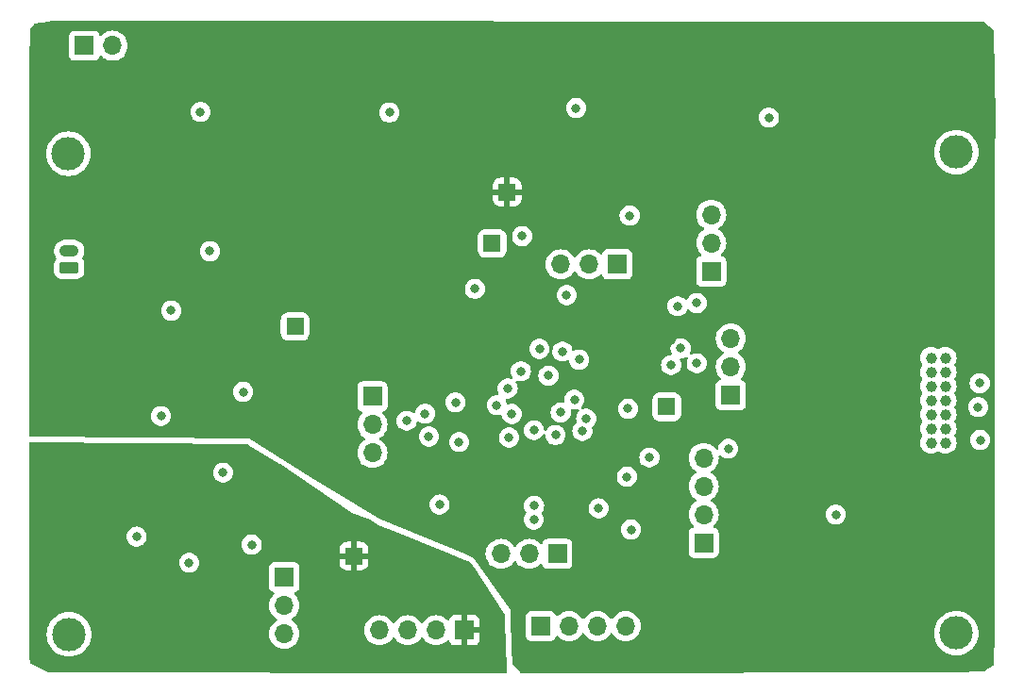
<source format=gbr>
%TF.GenerationSoftware,KiCad,Pcbnew,8.0.6*%
%TF.CreationDate,2024-12-13T11:58:04-05:00*%
%TF.ProjectId,11_9_design,31315f39-5f64-4657-9369-676e2e6b6963,v6*%
%TF.SameCoordinates,Original*%
%TF.FileFunction,Copper,L2,Inr*%
%TF.FilePolarity,Positive*%
%FSLAX46Y46*%
G04 Gerber Fmt 4.6, Leading zero omitted, Abs format (unit mm)*
G04 Created by KiCad (PCBNEW 8.0.6) date 2024-12-13 11:58:04*
%MOMM*%
%LPD*%
G01*
G04 APERTURE LIST*
G04 Aperture macros list*
%AMRoundRect*
0 Rectangle with rounded corners*
0 $1 Rounding radius*
0 $2 $3 $4 $5 $6 $7 $8 $9 X,Y pos of 4 corners*
0 Add a 4 corners polygon primitive as box body*
4,1,4,$2,$3,$4,$5,$6,$7,$8,$9,$2,$3,0*
0 Add four circle primitives for the rounded corners*
1,1,$1+$1,$2,$3*
1,1,$1+$1,$4,$5*
1,1,$1+$1,$6,$7*
1,1,$1+$1,$8,$9*
0 Add four rect primitives between the rounded corners*
20,1,$1+$1,$2,$3,$4,$5,0*
20,1,$1+$1,$4,$5,$6,$7,0*
20,1,$1+$1,$6,$7,$8,$9,0*
20,1,$1+$1,$8,$9,$2,$3,0*%
G04 Aperture macros list end*
%TA.AperFunction,ComponentPad*%
%ADD10C,3.000000*%
%TD*%
%TA.AperFunction,ComponentPad*%
%ADD11C,1.000000*%
%TD*%
%TA.AperFunction,ComponentPad*%
%ADD12R,1.700000X1.700000*%
%TD*%
%TA.AperFunction,ComponentPad*%
%ADD13O,1.700000X1.700000*%
%TD*%
%TA.AperFunction,ComponentPad*%
%ADD14RoundRect,0.250000X0.615000X-0.265000X0.615000X0.265000X-0.615000X0.265000X-0.615000X-0.265000X0*%
%TD*%
%TA.AperFunction,ComponentPad*%
%ADD15O,1.730000X1.030000*%
%TD*%
%TA.AperFunction,ComponentPad*%
%ADD16RoundRect,0.250000X-0.550000X-0.550000X0.550000X-0.550000X0.550000X0.550000X-0.550000X0.550000X0*%
%TD*%
%TA.AperFunction,ViaPad*%
%ADD17C,0.800000*%
%TD*%
G04 APERTURE END LIST*
D10*
%TO.N,GND*%
%TO.C,*%
X135300000Y-88900000D03*
%TD*%
%TO.N,GND*%
%TO.C,*%
X135300000Y-132100000D03*
%TD*%
%TO.N,GND*%
%TO.C,*%
X55700000Y-132200000D03*
%TD*%
%TO.N,GND*%
%TO.C,*%
X55650000Y-89050000D03*
%TD*%
D11*
%TO.N,unconnected-(J12-Pin_1-Pad1)*%
%TO.C,J12*%
X134320000Y-107380000D03*
%TO.N,unconnected-(J12-Pin_2-Pad2)*%
X133050000Y-107380000D03*
%TO.N,+3.3V*%
X134320000Y-108650000D03*
%TO.N,Net-(J12-Pin_4)*%
X133050000Y-108650000D03*
%TO.N,GND*%
X134320000Y-109920000D03*
%TO.N,Net-(J12-Pin_6)*%
X133050000Y-109920000D03*
%TO.N,GND*%
X134320000Y-111190000D03*
%TO.N,Net-(J12-Pin_8)*%
X133050000Y-111190000D03*
%TO.N,unconnected-(J12-Pin_9-Pad9)*%
X134320000Y-112460000D03*
%TO.N,unconnected-(J12-Pin_10-Pad10)*%
X133050000Y-112460000D03*
%TO.N,GND*%
X134320000Y-113730000D03*
%TO.N,Net-(J12-Pin_12)*%
X133050000Y-113730000D03*
%TO.N,/A1_UART4_RX*%
X134320000Y-115000000D03*
%TO.N,/A0_UART4_TX*%
X133050000Y-115000000D03*
%TD*%
D12*
%TO.N,Net-(J5-Pin_1)*%
%TO.C,J5*%
X57075000Y-79350000D03*
D13*
%TO.N,GPIO_OUT_C15*%
X59615000Y-79350000D03*
%TD*%
D12*
%TO.N,/A0_UART4_TX*%
%TO.C,J4*%
X82918300Y-110840000D03*
D13*
%TO.N,/A1_UART4_RX*%
X82918300Y-113380000D03*
%TO.N,GND*%
X82918300Y-115920000D03*
%TD*%
D14*
%TO.N,Net-(J11-Pin_1)*%
%TO.C,J11*%
X55718300Y-99280000D03*
D15*
%TO.N,GND*%
X55718300Y-97780000D03*
%TD*%
D16*
%TO.N,Net-(J7-Pin_1)*%
%TO.C,J7*%
X93650000Y-97100000D03*
%TD*%
D12*
%TO.N,GPIO_OUT_B15*%
%TO.C,J1*%
X98010000Y-131450000D03*
D13*
%TO.N,/I2C4_SCL*%
X100550000Y-131450000D03*
%TO.N,/I2C4_SDA*%
X103090000Y-131450000D03*
%TO.N,GND*%
X105630000Y-131450000D03*
%TD*%
D12*
%TO.N,+5V*%
%TO.C,J2*%
X91168300Y-131830000D03*
D13*
%TO.N,/I2C3_SCL*%
X88628300Y-131830000D03*
%TO.N,/I2C3_SDA*%
X86088300Y-131830000D03*
%TO.N,GND*%
X83548300Y-131830000D03*
%TD*%
D12*
%TO.N,GPIO_OUT_B13*%
%TO.C,J10*%
X115068300Y-110705000D03*
D13*
%TO.N,/ADC1_IN3*%
X115068300Y-108165000D03*
%TO.N,GND*%
X115068300Y-105625000D03*
%TD*%
D16*
%TO.N,/STM_CLK*%
%TO.C,J15*%
X109318300Y-111780000D03*
%TD*%
D12*
%TO.N,GPIO_OUT_B14*%
%TO.C,J6*%
X104893300Y-98980000D03*
D13*
%TO.N,/ADC1_IN1*%
X102353300Y-98980000D03*
%TO.N,GND*%
X99813300Y-98980000D03*
%TD*%
D12*
%TO.N,GPIO_OUT_C14*%
%TO.C,J3*%
X112638300Y-123980000D03*
D13*
%TO.N,/I2C4_SCL*%
X112638300Y-121440000D03*
%TO.N,/I2C4_SDA*%
X112638300Y-118900000D03*
%TO.N,GND*%
X112638300Y-116360000D03*
%TD*%
D12*
%TO.N,/GPIO_OUT_A15*%
%TO.C,J23*%
X113318300Y-99605000D03*
D13*
%TO.N,/GPIO_OUT_C12*%
X113318300Y-97065000D03*
%TO.N,/GPIO_OUT_B6*%
X113318300Y-94525000D03*
%TD*%
D12*
%TO.N,GPIO_OUT_B12*%
%TO.C,J9*%
X99508300Y-124980000D03*
D13*
%TO.N,/ADC1_IN4*%
X96968300Y-124980000D03*
%TO.N,GND*%
X94428300Y-124980000D03*
%TD*%
D16*
%TO.N,+5V*%
%TO.C,J13*%
X81268300Y-125180000D03*
%TD*%
%TO.N,+3.3V*%
%TO.C,J14*%
X95000000Y-92500000D03*
%TD*%
%TO.N,GND*%
%TO.C,J8*%
X76000000Y-104550000D03*
%TD*%
D12*
%TO.N,/GPIO_IN_A3*%
%TO.C,J22*%
X75018300Y-127080000D03*
D13*
%TO.N,/GPIO_IN_A2*%
X75018300Y-129620000D03*
%TO.N,/GPIO_IN_A4*%
X75018300Y-132160000D03*
%TD*%
D17*
%TO.N,GND*%
X137250000Y-111800000D03*
X137450000Y-114750000D03*
X67500000Y-85300000D03*
X137400000Y-109650000D03*
%TO.N,+3.3V*%
X137300000Y-107750000D03*
%TO.N,GND*%
X118496600Y-85805700D03*
X95168300Y-114530000D03*
X84443200Y-85346600D03*
X71318300Y-110430000D03*
X69518300Y-117680000D03*
X101196600Y-84950000D03*
X107768300Y-116330000D03*
X109718300Y-108030000D03*
X124500000Y-121450000D03*
X66468300Y-125780000D03*
X72100000Y-124150000D03*
X92118300Y-101180000D03*
X61768300Y-123430000D03*
X68350000Y-97800000D03*
X64868300Y-103130000D03*
X95418300Y-112405000D03*
X63950000Y-112600000D03*
X103210200Y-120887200D03*
%TO.N,+3.3VA*%
X87645200Y-112391600D03*
X87986300Y-114449700D03*
%TO.N,/NRST*%
X110568300Y-106527400D03*
X114850000Y-115533200D03*
%TO.N,+5V*%
X60668300Y-118130000D03*
X82650000Y-128850000D03*
X92118300Y-128830000D03*
%TO.N,/I2C3_SDA*%
X97900000Y-106575000D03*
%TO.N,/GPIO_OUT_B6*%
X106000000Y-94600000D03*
%TO.N,/ADC1_IN4*%
X94069600Y-111630000D03*
%TO.N,/ADC1_IN1*%
X95048500Y-110131600D03*
%TO.N,/ADC1_IN3*%
X90377200Y-111374700D03*
%TO.N,/SW_DIO*%
X112015900Y-107862400D03*
X112015900Y-102462100D03*
%TO.N,GPIO_OUT_B15*%
X102093500Y-112825600D03*
%TO.N,GPIO_OUT_C14*%
X96239300Y-108581600D03*
X97400000Y-121900000D03*
%TO.N,GPIO_OUT_B14*%
X105845600Y-111945600D03*
%TO.N,/A0_UART4_TX*%
X85993900Y-113026700D03*
%TO.N,/A1_UART4_RX*%
X97416900Y-113869000D03*
X97416900Y-120650000D03*
%TO.N,GPIO_OUT_B12*%
X101758783Y-113951490D03*
%TO.N,GPIO_IN_B1*%
X99350000Y-114300000D03*
X100350000Y-101750000D03*
%TO.N,GPIO_IN_A10*%
X98713200Y-108984700D03*
X96350000Y-96450000D03*
%TO.N,GPIO_IN_B2*%
X106113900Y-122791100D03*
X110294300Y-102744300D03*
%TO.N,+3.3V*%
X126750000Y-96950000D03*
X75518300Y-99330000D03*
X59125000Y-105300000D03*
X91400000Y-105150000D03*
X88218300Y-98730000D03*
X109668300Y-105830000D03*
X109118300Y-99680000D03*
X93050000Y-121000000D03*
X85718300Y-96030000D03*
X86850000Y-110150000D03*
X90918300Y-119830000D03*
X104468300Y-118175000D03*
%TO.N,GPIO_OUT_C13*%
X105750000Y-118050000D03*
X101461600Y-107541900D03*
%TO.N,GPIO_IN_C6*%
X99813500Y-112288000D03*
X99962700Y-106809200D03*
%TO.N,/GPIO_IN_A2*%
X90693300Y-114943200D03*
%TO.N,GPO_5V_EN*%
X101044000Y-111130000D03*
X88950000Y-120550000D03*
%TD*%
%TA.AperFunction,Conductor*%
%TO.N,+5V*%
G36*
X52237657Y-114986418D02*
G01*
X52237670Y-114986420D01*
X71688217Y-115134145D01*
X71752464Y-115152660D01*
X71813442Y-115190346D01*
X74613320Y-116920743D01*
X74617133Y-116923197D01*
X81118300Y-121280000D01*
X82712888Y-121928517D01*
X82731349Y-121937892D01*
X83243932Y-122254682D01*
X83279811Y-122274885D01*
X83285393Y-122277735D01*
X83297789Y-122284065D01*
X83335187Y-122301277D01*
X83335194Y-122301280D01*
X83495832Y-122367425D01*
X84524757Y-122791100D01*
X89840655Y-124979999D01*
X90975830Y-125447424D01*
X91655914Y-125727458D01*
X91710183Y-125770863D01*
X91720956Y-125786206D01*
X91932820Y-126087952D01*
X91935139Y-126091375D01*
X91972327Y-126148284D01*
X94802953Y-130480000D01*
X94808755Y-130488878D01*
X94828892Y-130552832D01*
X94829364Y-130567922D01*
X94829364Y-130567925D01*
X94830523Y-130605000D01*
X94830523Y-130605001D01*
X94925101Y-133631534D01*
X94961723Y-134803465D01*
X94962878Y-134825297D01*
X94963674Y-134835986D01*
X94965773Y-134857767D01*
X94965773Y-134857770D01*
X94993924Y-134963369D01*
X94998054Y-134991664D01*
X95014455Y-135549305D01*
X94996750Y-135616894D01*
X94945314Y-135664181D01*
X94890577Y-135676950D01*
X93768561Y-135677569D01*
X93768252Y-135677569D01*
X53879144Y-135600056D01*
X53823931Y-135586965D01*
X52298789Y-134824394D01*
X52247630Y-134776807D01*
X52235014Y-134747550D01*
X52104771Y-134291698D01*
X52100000Y-134257633D01*
X52100000Y-132199998D01*
X53694390Y-132199998D01*
X53694390Y-132200001D01*
X53714804Y-132485433D01*
X53775628Y-132765037D01*
X53775630Y-132765043D01*
X53775631Y-132765046D01*
X53864769Y-133004034D01*
X53875635Y-133033166D01*
X54012770Y-133284309D01*
X54012775Y-133284317D01*
X54184254Y-133513387D01*
X54184270Y-133513405D01*
X54386594Y-133715729D01*
X54386612Y-133715745D01*
X54615682Y-133887224D01*
X54615690Y-133887229D01*
X54866833Y-134024364D01*
X54866832Y-134024364D01*
X54866836Y-134024365D01*
X54866839Y-134024367D01*
X55134954Y-134124369D01*
X55134960Y-134124370D01*
X55134962Y-134124371D01*
X55414566Y-134185195D01*
X55414568Y-134185195D01*
X55414572Y-134185196D01*
X55668220Y-134203337D01*
X55699999Y-134205610D01*
X55700000Y-134205610D01*
X55700001Y-134205610D01*
X55728595Y-134203564D01*
X55985428Y-134185196D01*
X56265046Y-134124369D01*
X56533161Y-134024367D01*
X56784315Y-133887226D01*
X57013395Y-133715739D01*
X57215739Y-133513395D01*
X57387226Y-133284315D01*
X57524367Y-133033161D01*
X57624369Y-132765046D01*
X57632462Y-132727844D01*
X57685195Y-132485433D01*
X57685195Y-132485432D01*
X57685196Y-132485428D01*
X57705610Y-132200000D01*
X57685196Y-131914572D01*
X57679132Y-131886698D01*
X57624371Y-131634962D01*
X57624370Y-131634960D01*
X57624369Y-131634954D01*
X57524367Y-131366839D01*
X57504251Y-131330000D01*
X57387229Y-131115690D01*
X57387224Y-131115682D01*
X57215745Y-130886612D01*
X57215729Y-130886594D01*
X57013405Y-130684270D01*
X57013387Y-130684254D01*
X56784317Y-130512775D01*
X56784309Y-130512770D01*
X56533166Y-130375635D01*
X56533167Y-130375635D01*
X56324574Y-130297834D01*
X56265046Y-130275631D01*
X56265043Y-130275630D01*
X56265037Y-130275628D01*
X55985433Y-130214804D01*
X55700001Y-130194390D01*
X55699999Y-130194390D01*
X55414566Y-130214804D01*
X55134962Y-130275628D01*
X54866833Y-130375635D01*
X54615690Y-130512770D01*
X54615682Y-130512775D01*
X54386612Y-130684254D01*
X54386594Y-130684270D01*
X54184270Y-130886594D01*
X54184254Y-130886612D01*
X54012775Y-131115682D01*
X54012770Y-131115690D01*
X53875635Y-131366833D01*
X53775628Y-131634962D01*
X53714804Y-131914566D01*
X53694390Y-132199998D01*
X52100000Y-132199998D01*
X52100000Y-129619999D01*
X73662641Y-129619999D01*
X73662641Y-129620000D01*
X73683236Y-129855403D01*
X73683238Y-129855413D01*
X73744394Y-130083655D01*
X73744396Y-130083659D01*
X73744397Y-130083663D01*
X73805549Y-130214804D01*
X73844265Y-130297830D01*
X73844267Y-130297834D01*
X73952581Y-130452521D01*
X73978038Y-130488878D01*
X73979801Y-130491395D01*
X73979806Y-130491402D01*
X74146897Y-130658493D01*
X74146903Y-130658498D01*
X74332458Y-130788425D01*
X74376083Y-130843002D01*
X74383277Y-130912500D01*
X74351754Y-130974855D01*
X74332458Y-130991575D01*
X74146897Y-131121505D01*
X73979805Y-131288597D01*
X73844265Y-131482169D01*
X73844264Y-131482171D01*
X73744398Y-131696335D01*
X73744394Y-131696344D01*
X73683238Y-131924586D01*
X73683236Y-131924596D01*
X73662641Y-132159999D01*
X73662641Y-132160000D01*
X73683236Y-132395403D01*
X73683238Y-132395413D01*
X73744394Y-132623655D01*
X73744396Y-132623659D01*
X73744397Y-132623663D01*
X73785914Y-132712696D01*
X73844265Y-132837830D01*
X73844267Y-132837834D01*
X73952581Y-132992521D01*
X73979805Y-133031401D01*
X74146899Y-133198495D01*
X74243684Y-133266265D01*
X74340465Y-133334032D01*
X74340467Y-133334033D01*
X74340470Y-133334035D01*
X74554637Y-133433903D01*
X74782892Y-133495063D01*
X74971218Y-133511539D01*
X75018299Y-133515659D01*
X75018300Y-133515659D01*
X75018301Y-133515659D01*
X75057534Y-133512226D01*
X75253708Y-133495063D01*
X75481963Y-133433903D01*
X75696130Y-133334035D01*
X75889701Y-133198495D01*
X76056795Y-133031401D01*
X76192335Y-132837830D01*
X76292203Y-132623663D01*
X76353363Y-132395408D01*
X76373959Y-132160000D01*
X76353363Y-131924592D01*
X76328017Y-131829999D01*
X82192641Y-131829999D01*
X82192641Y-131830000D01*
X82213236Y-132065403D01*
X82213238Y-132065413D01*
X82274394Y-132293655D01*
X82274396Y-132293659D01*
X82274397Y-132293663D01*
X82321842Y-132395408D01*
X82374265Y-132507830D01*
X82374267Y-132507834D01*
X82482581Y-132662521D01*
X82509805Y-132701401D01*
X82676899Y-132868495D01*
X82736633Y-132910321D01*
X82870465Y-133004032D01*
X82870467Y-133004033D01*
X82870470Y-133004035D01*
X83084637Y-133103903D01*
X83312892Y-133165063D01*
X83483619Y-133180000D01*
X83548299Y-133185659D01*
X83548300Y-133185659D01*
X83548301Y-133185659D01*
X83612981Y-133180000D01*
X83783708Y-133165063D01*
X84011963Y-133103903D01*
X84226130Y-133004035D01*
X84419701Y-132868495D01*
X84586795Y-132701401D01*
X84701191Y-132538026D01*
X84716725Y-132515842D01*
X84771302Y-132472217D01*
X84840800Y-132465023D01*
X84903155Y-132496546D01*
X84919875Y-132515842D01*
X85049800Y-132701395D01*
X85049805Y-132701401D01*
X85216899Y-132868495D01*
X85276633Y-132910321D01*
X85410465Y-133004032D01*
X85410467Y-133004033D01*
X85410470Y-133004035D01*
X85624637Y-133103903D01*
X85852892Y-133165063D01*
X86023619Y-133180000D01*
X86088299Y-133185659D01*
X86088300Y-133185659D01*
X86088301Y-133185659D01*
X86152981Y-133180000D01*
X86323708Y-133165063D01*
X86551963Y-133103903D01*
X86766130Y-133004035D01*
X86959701Y-132868495D01*
X87126795Y-132701401D01*
X87241191Y-132538026D01*
X87256725Y-132515842D01*
X87311302Y-132472217D01*
X87380800Y-132465023D01*
X87443155Y-132496546D01*
X87459875Y-132515842D01*
X87589800Y-132701395D01*
X87589805Y-132701401D01*
X87756899Y-132868495D01*
X87816633Y-132910321D01*
X87950465Y-133004032D01*
X87950467Y-133004033D01*
X87950470Y-133004035D01*
X88164637Y-133103903D01*
X88392892Y-133165063D01*
X88563619Y-133180000D01*
X88628299Y-133185659D01*
X88628300Y-133185659D01*
X88628301Y-133185659D01*
X88692981Y-133180000D01*
X88863708Y-133165063D01*
X89091963Y-133103903D01*
X89306130Y-133004035D01*
X89499701Y-132868495D01*
X89622017Y-132746178D01*
X89683336Y-132712696D01*
X89753028Y-132717680D01*
X89808962Y-132759551D01*
X89825877Y-132790528D01*
X89874946Y-132922088D01*
X89874949Y-132922093D01*
X89961109Y-133037187D01*
X89961112Y-133037190D01*
X90076206Y-133123350D01*
X90076213Y-133123354D01*
X90210920Y-133173596D01*
X90210927Y-133173598D01*
X90270455Y-133179999D01*
X90270472Y-133180000D01*
X90918300Y-133180000D01*
X90918300Y-132263012D01*
X90975307Y-132295925D01*
X91102474Y-132330000D01*
X91234126Y-132330000D01*
X91361293Y-132295925D01*
X91418300Y-132263012D01*
X91418300Y-133180000D01*
X92066128Y-133180000D01*
X92066144Y-133179999D01*
X92125672Y-133173598D01*
X92125679Y-133173596D01*
X92260386Y-133123354D01*
X92260393Y-133123350D01*
X92375487Y-133037190D01*
X92375490Y-133037187D01*
X92461650Y-132922093D01*
X92461654Y-132922086D01*
X92511896Y-132787379D01*
X92511898Y-132787372D01*
X92518299Y-132727844D01*
X92518300Y-132727827D01*
X92518300Y-132080000D01*
X91601312Y-132080000D01*
X91634225Y-132022993D01*
X91668300Y-131895826D01*
X91668300Y-131764174D01*
X91634225Y-131637007D01*
X91601312Y-131580000D01*
X92518300Y-131580000D01*
X92518300Y-130932172D01*
X92518299Y-130932155D01*
X92511898Y-130872627D01*
X92511896Y-130872620D01*
X92461654Y-130737913D01*
X92461650Y-130737906D01*
X92375490Y-130622812D01*
X92375487Y-130622809D01*
X92260393Y-130536649D01*
X92260386Y-130536645D01*
X92125679Y-130486403D01*
X92125672Y-130486401D01*
X92066144Y-130480000D01*
X91418300Y-130480000D01*
X91418300Y-131396988D01*
X91361293Y-131364075D01*
X91234126Y-131330000D01*
X91102474Y-131330000D01*
X90975307Y-131364075D01*
X90918300Y-131396988D01*
X90918300Y-130480000D01*
X90270455Y-130480000D01*
X90210927Y-130486401D01*
X90210920Y-130486403D01*
X90076213Y-130536645D01*
X90076206Y-130536649D01*
X89961112Y-130622809D01*
X89961109Y-130622812D01*
X89874949Y-130737906D01*
X89874945Y-130737913D01*
X89825878Y-130869470D01*
X89784007Y-130925404D01*
X89718542Y-130949821D01*
X89650269Y-130934969D01*
X89622015Y-130913819D01*
X89575696Y-130867500D01*
X89499701Y-130791505D01*
X89499697Y-130791502D01*
X89499696Y-130791501D01*
X89306134Y-130655967D01*
X89306130Y-130655965D01*
X89221360Y-130616436D01*
X89091963Y-130556097D01*
X89091959Y-130556096D01*
X89091955Y-130556094D01*
X88863713Y-130494938D01*
X88863703Y-130494936D01*
X88628301Y-130474341D01*
X88628299Y-130474341D01*
X88392896Y-130494936D01*
X88392886Y-130494938D01*
X88164644Y-130556094D01*
X88164635Y-130556098D01*
X87950471Y-130655964D01*
X87950469Y-130655965D01*
X87756897Y-130791505D01*
X87589805Y-130958597D01*
X87459875Y-131144158D01*
X87405298Y-131187783D01*
X87335800Y-131194977D01*
X87273445Y-131163454D01*
X87256725Y-131144158D01*
X87126794Y-130958597D01*
X86959702Y-130791506D01*
X86959695Y-130791501D01*
X86766134Y-130655967D01*
X86766130Y-130655965D01*
X86681360Y-130616436D01*
X86551963Y-130556097D01*
X86551959Y-130556096D01*
X86551955Y-130556094D01*
X86323713Y-130494938D01*
X86323703Y-130494936D01*
X86088301Y-130474341D01*
X86088299Y-130474341D01*
X85852896Y-130494936D01*
X85852886Y-130494938D01*
X85624644Y-130556094D01*
X85624635Y-130556098D01*
X85410471Y-130655964D01*
X85410469Y-130655965D01*
X85216897Y-130791505D01*
X85049805Y-130958597D01*
X84919875Y-131144158D01*
X84865298Y-131187783D01*
X84795800Y-131194977D01*
X84733445Y-131163454D01*
X84716725Y-131144158D01*
X84586794Y-130958597D01*
X84419702Y-130791506D01*
X84419695Y-130791501D01*
X84226134Y-130655967D01*
X84226130Y-130655965D01*
X84141360Y-130616436D01*
X84011963Y-130556097D01*
X84011959Y-130556096D01*
X84011955Y-130556094D01*
X83783713Y-130494938D01*
X83783703Y-130494936D01*
X83548301Y-130474341D01*
X83548299Y-130474341D01*
X83312896Y-130494936D01*
X83312886Y-130494938D01*
X83084644Y-130556094D01*
X83084635Y-130556098D01*
X82870471Y-130655964D01*
X82870469Y-130655965D01*
X82676897Y-130791505D01*
X82509805Y-130958597D01*
X82374265Y-131152169D01*
X82374264Y-131152171D01*
X82274398Y-131366335D01*
X82274394Y-131366344D01*
X82213238Y-131594586D01*
X82213236Y-131594596D01*
X82192641Y-131829999D01*
X76328017Y-131829999D01*
X76292203Y-131696337D01*
X76192335Y-131482171D01*
X76188967Y-131477360D01*
X76056794Y-131288597D01*
X75889702Y-131121506D01*
X75889696Y-131121501D01*
X75704142Y-130991575D01*
X75660517Y-130936998D01*
X75653323Y-130867500D01*
X75684846Y-130805145D01*
X75704142Y-130788425D01*
X75776290Y-130737906D01*
X75889701Y-130658495D01*
X76056795Y-130491401D01*
X76192335Y-130297830D01*
X76292203Y-130083663D01*
X76353363Y-129855408D01*
X76373959Y-129620000D01*
X76353363Y-129384592D01*
X76292203Y-129156337D01*
X76192335Y-128942171D01*
X76056795Y-128748599D01*
X75934867Y-128626671D01*
X75901384Y-128565351D01*
X75906368Y-128495659D01*
X75948239Y-128439725D01*
X75979215Y-128422810D01*
X76110631Y-128373796D01*
X76225846Y-128287546D01*
X76312096Y-128172331D01*
X76362391Y-128037483D01*
X76368800Y-127977873D01*
X76368799Y-126182128D01*
X76362391Y-126122517D01*
X76335017Y-126049124D01*
X76312097Y-125987671D01*
X76312093Y-125987664D01*
X76225847Y-125872455D01*
X76225844Y-125872452D01*
X76110635Y-125786206D01*
X76110628Y-125786202D01*
X76093962Y-125779986D01*
X79968301Y-125779986D01*
X79978794Y-125882697D01*
X80033941Y-126049119D01*
X80033943Y-126049124D01*
X80125984Y-126198345D01*
X80249954Y-126322315D01*
X80399175Y-126414356D01*
X80399180Y-126414358D01*
X80565602Y-126469505D01*
X80565609Y-126469506D01*
X80668319Y-126479999D01*
X81018299Y-126479999D01*
X81518300Y-126479999D01*
X81868272Y-126479999D01*
X81868286Y-126479998D01*
X81970997Y-126469505D01*
X82137419Y-126414358D01*
X82137424Y-126414356D01*
X82286645Y-126322315D01*
X82410615Y-126198345D01*
X82502656Y-126049124D01*
X82502658Y-126049119D01*
X82557805Y-125882697D01*
X82557806Y-125882690D01*
X82568299Y-125779986D01*
X82568300Y-125779973D01*
X82568300Y-125430000D01*
X81518300Y-125430000D01*
X81518300Y-126479999D01*
X81018299Y-126479999D01*
X81018300Y-126479998D01*
X81018300Y-125430000D01*
X79968301Y-125430000D01*
X79968301Y-125779986D01*
X76093962Y-125779986D01*
X75975782Y-125735908D01*
X75975783Y-125735908D01*
X75916183Y-125729501D01*
X75916181Y-125729500D01*
X75916173Y-125729500D01*
X75916164Y-125729500D01*
X74120429Y-125729500D01*
X74120423Y-125729501D01*
X74060816Y-125735908D01*
X73925971Y-125786202D01*
X73925964Y-125786206D01*
X73810755Y-125872452D01*
X73810752Y-125872455D01*
X73724506Y-125987664D01*
X73724502Y-125987671D01*
X73674208Y-126122517D01*
X73667801Y-126182116D01*
X73667801Y-126182123D01*
X73667800Y-126182135D01*
X73667800Y-127977870D01*
X73667801Y-127977876D01*
X73674208Y-128037483D01*
X73724502Y-128172328D01*
X73724506Y-128172335D01*
X73810752Y-128287544D01*
X73810755Y-128287547D01*
X73925964Y-128373793D01*
X73925971Y-128373797D01*
X74057381Y-128422810D01*
X74113315Y-128464681D01*
X74137732Y-128530145D01*
X74122880Y-128598418D01*
X74101730Y-128626673D01*
X73979803Y-128748600D01*
X73844265Y-128942169D01*
X73844264Y-128942171D01*
X73744398Y-129156335D01*
X73744394Y-129156344D01*
X73683238Y-129384586D01*
X73683236Y-129384596D01*
X73662641Y-129619999D01*
X52100000Y-129619999D01*
X52100000Y-125780000D01*
X65562840Y-125780000D01*
X65582626Y-125968256D01*
X65582627Y-125968259D01*
X65641118Y-126148277D01*
X65641121Y-126148284D01*
X65735767Y-126312216D01*
X65862429Y-126452888D01*
X66015565Y-126564148D01*
X66015570Y-126564151D01*
X66188492Y-126641142D01*
X66188497Y-126641144D01*
X66373654Y-126680500D01*
X66373655Y-126680500D01*
X66562944Y-126680500D01*
X66562946Y-126680500D01*
X66748103Y-126641144D01*
X66921030Y-126564151D01*
X67074171Y-126452888D01*
X67200833Y-126312216D01*
X67295479Y-126148284D01*
X67353974Y-125968256D01*
X67373760Y-125780000D01*
X67353974Y-125591744D01*
X67295479Y-125411716D01*
X67200833Y-125247784D01*
X67104237Y-125140504D01*
X80968300Y-125140504D01*
X80968300Y-125219496D01*
X80988744Y-125295796D01*
X81028240Y-125364205D01*
X81084095Y-125420060D01*
X81152504Y-125459556D01*
X81228804Y-125480000D01*
X81307796Y-125480000D01*
X81384096Y-125459556D01*
X81452505Y-125420060D01*
X81508360Y-125364205D01*
X81547856Y-125295796D01*
X81568300Y-125219496D01*
X81568300Y-125140504D01*
X81547856Y-125064204D01*
X81508360Y-124995795D01*
X81452505Y-124939940D01*
X81435288Y-124930000D01*
X81518300Y-124930000D01*
X82568299Y-124930000D01*
X82568299Y-124580028D01*
X82568298Y-124580013D01*
X82557805Y-124477302D01*
X82502658Y-124310880D01*
X82502656Y-124310875D01*
X82410615Y-124161654D01*
X82286645Y-124037684D01*
X82137424Y-123945643D01*
X82137419Y-123945641D01*
X81970997Y-123890494D01*
X81970990Y-123890493D01*
X81868286Y-123880000D01*
X81518300Y-123880000D01*
X81518300Y-124930000D01*
X81435288Y-124930000D01*
X81384096Y-124900444D01*
X81307796Y-124880000D01*
X81228804Y-124880000D01*
X81152504Y-124900444D01*
X81084095Y-124939940D01*
X81028240Y-124995795D01*
X80988744Y-125064204D01*
X80968300Y-125140504D01*
X67104237Y-125140504D01*
X67074171Y-125107112D01*
X67074170Y-125107111D01*
X66921034Y-124995851D01*
X66921029Y-124995848D01*
X66748107Y-124918857D01*
X66748102Y-124918855D01*
X66602301Y-124887865D01*
X66562946Y-124879500D01*
X66373654Y-124879500D01*
X66341197Y-124886398D01*
X66188497Y-124918855D01*
X66188492Y-124918857D01*
X66015570Y-124995848D01*
X66015565Y-124995851D01*
X65862429Y-125107111D01*
X65735766Y-125247785D01*
X65641121Y-125411715D01*
X65641118Y-125411722D01*
X65599723Y-125539125D01*
X65582626Y-125591744D01*
X65562840Y-125780000D01*
X52100000Y-125780000D01*
X52100000Y-123430000D01*
X60862840Y-123430000D01*
X60882626Y-123618256D01*
X60882627Y-123618259D01*
X60941118Y-123798277D01*
X60941121Y-123798284D01*
X61035767Y-123962216D01*
X61103719Y-124037684D01*
X61162429Y-124102888D01*
X61315565Y-124214148D01*
X61315570Y-124214151D01*
X61488492Y-124291142D01*
X61488497Y-124291144D01*
X61673654Y-124330500D01*
X61673655Y-124330500D01*
X61862944Y-124330500D01*
X61862946Y-124330500D01*
X62048103Y-124291144D01*
X62221030Y-124214151D01*
X62309327Y-124150000D01*
X71194540Y-124150000D01*
X71214326Y-124338256D01*
X71214327Y-124338259D01*
X71272818Y-124518277D01*
X71272821Y-124518284D01*
X71367467Y-124682216D01*
X71478534Y-124805568D01*
X71494129Y-124822888D01*
X71647265Y-124934148D01*
X71647270Y-124934151D01*
X71820192Y-125011142D01*
X71820197Y-125011144D01*
X72005354Y-125050500D01*
X72005355Y-125050500D01*
X72194644Y-125050500D01*
X72194646Y-125050500D01*
X72379803Y-125011144D01*
X72552730Y-124934151D01*
X72705871Y-124822888D01*
X72832533Y-124682216D01*
X72891540Y-124580013D01*
X79968300Y-124580013D01*
X79968300Y-124930000D01*
X81018300Y-124930000D01*
X81018300Y-123880000D01*
X80668328Y-123880000D01*
X80668312Y-123880001D01*
X80565602Y-123890494D01*
X80399180Y-123945641D01*
X80399175Y-123945643D01*
X80249954Y-124037684D01*
X80125984Y-124161654D01*
X80033943Y-124310875D01*
X80033941Y-124310880D01*
X79978794Y-124477302D01*
X79978793Y-124477309D01*
X79968300Y-124580013D01*
X72891540Y-124580013D01*
X72927179Y-124518284D01*
X72985674Y-124338256D01*
X73005460Y-124150000D01*
X72985674Y-123961744D01*
X72927179Y-123781716D01*
X72832533Y-123617784D01*
X72705871Y-123477112D01*
X72641027Y-123430000D01*
X72552734Y-123365851D01*
X72552729Y-123365848D01*
X72379807Y-123288857D01*
X72379802Y-123288855D01*
X72234001Y-123257865D01*
X72194646Y-123249500D01*
X72005354Y-123249500D01*
X71972897Y-123256398D01*
X71820197Y-123288855D01*
X71820192Y-123288857D01*
X71647270Y-123365848D01*
X71647265Y-123365851D01*
X71494129Y-123477111D01*
X71367466Y-123617785D01*
X71272821Y-123781715D01*
X71272818Y-123781722D01*
X71214327Y-123961740D01*
X71214326Y-123961744D01*
X71194540Y-124150000D01*
X62309327Y-124150000D01*
X62374171Y-124102888D01*
X62500833Y-123962216D01*
X62595479Y-123798284D01*
X62653974Y-123618256D01*
X62673760Y-123430000D01*
X62653974Y-123241744D01*
X62595479Y-123061716D01*
X62500833Y-122897784D01*
X62374171Y-122757112D01*
X62351984Y-122740992D01*
X62221034Y-122645851D01*
X62221029Y-122645848D01*
X62048107Y-122568857D01*
X62048102Y-122568855D01*
X61902301Y-122537865D01*
X61862946Y-122529500D01*
X61673654Y-122529500D01*
X61641197Y-122536398D01*
X61488497Y-122568855D01*
X61488492Y-122568857D01*
X61315570Y-122645848D01*
X61315565Y-122645851D01*
X61162429Y-122757111D01*
X61035766Y-122897785D01*
X60941121Y-123061715D01*
X60941118Y-123061722D01*
X60882627Y-123241740D01*
X60882626Y-123241744D01*
X60862840Y-123430000D01*
X52100000Y-123430000D01*
X52100000Y-117680000D01*
X68612840Y-117680000D01*
X68632626Y-117868256D01*
X68632627Y-117868259D01*
X68691118Y-118048277D01*
X68691121Y-118048284D01*
X68785767Y-118212216D01*
X68819989Y-118250223D01*
X68912429Y-118352888D01*
X69065565Y-118464148D01*
X69065570Y-118464151D01*
X69238492Y-118541142D01*
X69238497Y-118541144D01*
X69423654Y-118580500D01*
X69423655Y-118580500D01*
X69612944Y-118580500D01*
X69612946Y-118580500D01*
X69798103Y-118541144D01*
X69971030Y-118464151D01*
X70124171Y-118352888D01*
X70250833Y-118212216D01*
X70345479Y-118048284D01*
X70403974Y-117868256D01*
X70423760Y-117680000D01*
X70403974Y-117491744D01*
X70345479Y-117311716D01*
X70250833Y-117147784D01*
X70124171Y-117007112D01*
X70124170Y-117007111D01*
X69971034Y-116895851D01*
X69971029Y-116895848D01*
X69798107Y-116818857D01*
X69798102Y-116818855D01*
X69634667Y-116784117D01*
X69612946Y-116779500D01*
X69423654Y-116779500D01*
X69401933Y-116784117D01*
X69238497Y-116818855D01*
X69238492Y-116818857D01*
X69065570Y-116895848D01*
X69065565Y-116895851D01*
X68912429Y-117007111D01*
X68785766Y-117147785D01*
X68691121Y-117311715D01*
X68691118Y-117311722D01*
X68632627Y-117491740D01*
X68632626Y-117491744D01*
X68612840Y-117680000D01*
X52100000Y-117680000D01*
X52100000Y-115109725D01*
X52119685Y-115042686D01*
X52172489Y-114996931D01*
X52233800Y-114986113D01*
X52237657Y-114986418D01*
G37*
%TD.AperFunction*%
%TD*%
%TA.AperFunction,Conductor*%
%TO.N,+3.3V*%
G36*
X134300000Y-77200000D02*
G01*
X137656503Y-77200000D01*
X137723542Y-77219685D01*
X137733965Y-77227172D01*
X138654205Y-77963364D01*
X138694257Y-78020615D01*
X138700733Y-78058642D01*
X138799971Y-85997712D01*
X138799945Y-86002258D01*
X138718299Y-89380004D01*
X138768296Y-132077370D01*
X138768191Y-132082622D01*
X138652456Y-134890392D01*
X138630027Y-134956564D01*
X138601890Y-134985279D01*
X137929690Y-135478227D01*
X137863989Y-135501998D01*
X137863239Y-135502042D01*
X137000003Y-135549999D01*
X135856538Y-135653827D01*
X135845393Y-135654335D01*
X96223768Y-135676214D01*
X96156718Y-135656566D01*
X96127981Y-135631042D01*
X95567123Y-134950000D01*
X95495197Y-134862661D01*
X95467775Y-134798398D01*
X95466978Y-134787707D01*
X95430354Y-133615745D01*
X95334617Y-130552135D01*
X96659500Y-130552135D01*
X96659500Y-132347870D01*
X96659501Y-132347876D01*
X96665908Y-132407483D01*
X96716202Y-132542328D01*
X96716206Y-132542335D01*
X96802452Y-132657544D01*
X96802455Y-132657547D01*
X96917664Y-132743793D01*
X96917671Y-132743797D01*
X97052517Y-132794091D01*
X97052516Y-132794091D01*
X97059444Y-132794835D01*
X97112127Y-132800500D01*
X98907872Y-132800499D01*
X98967483Y-132794091D01*
X99102331Y-132743796D01*
X99217546Y-132657546D01*
X99303796Y-132542331D01*
X99352810Y-132410916D01*
X99394681Y-132354984D01*
X99460145Y-132330566D01*
X99528418Y-132345417D01*
X99556673Y-132366569D01*
X99678599Y-132488495D01*
X99775384Y-132556265D01*
X99872165Y-132624032D01*
X99872167Y-132624033D01*
X99872170Y-132624035D01*
X100086337Y-132723903D01*
X100086343Y-132723904D01*
X100086344Y-132723905D01*
X100101153Y-132727873D01*
X100314592Y-132785063D01*
X100491034Y-132800500D01*
X100549999Y-132805659D01*
X100550000Y-132805659D01*
X100550001Y-132805659D01*
X100608966Y-132800500D01*
X100785408Y-132785063D01*
X101013663Y-132723903D01*
X101227830Y-132624035D01*
X101421401Y-132488495D01*
X101588495Y-132321401D01*
X101718425Y-132135842D01*
X101773002Y-132092217D01*
X101842500Y-132085023D01*
X101904855Y-132116546D01*
X101921575Y-132135842D01*
X102051500Y-132321395D01*
X102051505Y-132321401D01*
X102218599Y-132488495D01*
X102315384Y-132556265D01*
X102412165Y-132624032D01*
X102412167Y-132624033D01*
X102412170Y-132624035D01*
X102626337Y-132723903D01*
X102626343Y-132723904D01*
X102626344Y-132723905D01*
X102641153Y-132727873D01*
X102854592Y-132785063D01*
X103031034Y-132800500D01*
X103089999Y-132805659D01*
X103090000Y-132805659D01*
X103090001Y-132805659D01*
X103148966Y-132800500D01*
X103325408Y-132785063D01*
X103553663Y-132723903D01*
X103767830Y-132624035D01*
X103961401Y-132488495D01*
X104128495Y-132321401D01*
X104258425Y-132135842D01*
X104313002Y-132092217D01*
X104382500Y-132085023D01*
X104444855Y-132116546D01*
X104461575Y-132135842D01*
X104591500Y-132321395D01*
X104591505Y-132321401D01*
X104758599Y-132488495D01*
X104855384Y-132556265D01*
X104952165Y-132624032D01*
X104952167Y-132624033D01*
X104952170Y-132624035D01*
X105166337Y-132723903D01*
X105166343Y-132723904D01*
X105166344Y-132723905D01*
X105181153Y-132727873D01*
X105394592Y-132785063D01*
X105571034Y-132800500D01*
X105629999Y-132805659D01*
X105630000Y-132805659D01*
X105630001Y-132805659D01*
X105688966Y-132800500D01*
X105865408Y-132785063D01*
X106093663Y-132723903D01*
X106307830Y-132624035D01*
X106501401Y-132488495D01*
X106668495Y-132321401D01*
X106804035Y-132127830D01*
X106817013Y-132099998D01*
X133294390Y-132099998D01*
X133294390Y-132100001D01*
X133314804Y-132385433D01*
X133375628Y-132665037D01*
X133375630Y-132665043D01*
X133375631Y-132665046D01*
X133426153Y-132800500D01*
X133475635Y-132933166D01*
X133612770Y-133184309D01*
X133612775Y-133184317D01*
X133784254Y-133413387D01*
X133784270Y-133413405D01*
X133986594Y-133615729D01*
X133986612Y-133615745D01*
X134215682Y-133787224D01*
X134215690Y-133787229D01*
X134466833Y-133924364D01*
X134466832Y-133924364D01*
X134466836Y-133924365D01*
X134466839Y-133924367D01*
X134734954Y-134024369D01*
X134734960Y-134024370D01*
X134734962Y-134024371D01*
X135014566Y-134085195D01*
X135014568Y-134085195D01*
X135014572Y-134085196D01*
X135268220Y-134103337D01*
X135299999Y-134105610D01*
X135300000Y-134105610D01*
X135300001Y-134105610D01*
X135328595Y-134103564D01*
X135585428Y-134085196D01*
X135865046Y-134024369D01*
X136133161Y-133924367D01*
X136384315Y-133787226D01*
X136613395Y-133615739D01*
X136815739Y-133413395D01*
X136987226Y-133184315D01*
X137124367Y-132933161D01*
X137224369Y-132665046D01*
X137285196Y-132385428D01*
X137305610Y-132100000D01*
X137303991Y-132077370D01*
X137301519Y-132042808D01*
X137285196Y-131814572D01*
X137257099Y-131685413D01*
X137224371Y-131534962D01*
X137224370Y-131534960D01*
X137224369Y-131534954D01*
X137124367Y-131266839D01*
X137079862Y-131185335D01*
X136987229Y-131015690D01*
X136987224Y-131015682D01*
X136815745Y-130786612D01*
X136815729Y-130786594D01*
X136613405Y-130584270D01*
X136613387Y-130584254D01*
X136384317Y-130412775D01*
X136384309Y-130412770D01*
X136133166Y-130275635D01*
X136133167Y-130275635D01*
X136025915Y-130235632D01*
X135865046Y-130175631D01*
X135865043Y-130175630D01*
X135865037Y-130175628D01*
X135585433Y-130114804D01*
X135300001Y-130094390D01*
X135299999Y-130094390D01*
X135014566Y-130114804D01*
X134734962Y-130175628D01*
X134466833Y-130275635D01*
X134215690Y-130412770D01*
X134215682Y-130412775D01*
X133986612Y-130584254D01*
X133986594Y-130584270D01*
X133784270Y-130786594D01*
X133784254Y-130786612D01*
X133612775Y-131015682D01*
X133612770Y-131015690D01*
X133475635Y-131266833D01*
X133375628Y-131534962D01*
X133314804Y-131814566D01*
X133294390Y-132099998D01*
X106817013Y-132099998D01*
X106903903Y-131913663D01*
X106965063Y-131685408D01*
X106985659Y-131450000D01*
X106965063Y-131214592D01*
X106903903Y-130986337D01*
X106804035Y-130772171D01*
X106798425Y-130764158D01*
X106668494Y-130578597D01*
X106501402Y-130411506D01*
X106501395Y-130411501D01*
X106307834Y-130275967D01*
X106307830Y-130275965D01*
X106307114Y-130275631D01*
X106093663Y-130176097D01*
X106093659Y-130176096D01*
X106093655Y-130176094D01*
X105865413Y-130114938D01*
X105865403Y-130114936D01*
X105630001Y-130094341D01*
X105629999Y-130094341D01*
X105394596Y-130114936D01*
X105394586Y-130114938D01*
X105166344Y-130176094D01*
X105166335Y-130176098D01*
X104952171Y-130275964D01*
X104952169Y-130275965D01*
X104758597Y-130411505D01*
X104591505Y-130578597D01*
X104461575Y-130764158D01*
X104406998Y-130807783D01*
X104337500Y-130814977D01*
X104275145Y-130783454D01*
X104258425Y-130764158D01*
X104128494Y-130578597D01*
X103961402Y-130411506D01*
X103961395Y-130411501D01*
X103767834Y-130275967D01*
X103767830Y-130275965D01*
X103767114Y-130275631D01*
X103553663Y-130176097D01*
X103553659Y-130176096D01*
X103553655Y-130176094D01*
X103325413Y-130114938D01*
X103325403Y-130114936D01*
X103090001Y-130094341D01*
X103089999Y-130094341D01*
X102854596Y-130114936D01*
X102854586Y-130114938D01*
X102626344Y-130176094D01*
X102626335Y-130176098D01*
X102412171Y-130275964D01*
X102412169Y-130275965D01*
X102218597Y-130411505D01*
X102051505Y-130578597D01*
X101921575Y-130764158D01*
X101866998Y-130807783D01*
X101797500Y-130814977D01*
X101735145Y-130783454D01*
X101718425Y-130764158D01*
X101588494Y-130578597D01*
X101421402Y-130411506D01*
X101421395Y-130411501D01*
X101227834Y-130275967D01*
X101227830Y-130275965D01*
X101227114Y-130275631D01*
X101013663Y-130176097D01*
X101013659Y-130176096D01*
X101013655Y-130176094D01*
X100785413Y-130114938D01*
X100785403Y-130114936D01*
X100550001Y-130094341D01*
X100549999Y-130094341D01*
X100314596Y-130114936D01*
X100314586Y-130114938D01*
X100086344Y-130176094D01*
X100086335Y-130176098D01*
X99872171Y-130275964D01*
X99872169Y-130275965D01*
X99678600Y-130411503D01*
X99556673Y-130533430D01*
X99495350Y-130566914D01*
X99425658Y-130561930D01*
X99369725Y-130520058D01*
X99352810Y-130489081D01*
X99303797Y-130357671D01*
X99303793Y-130357664D01*
X99217547Y-130242455D01*
X99217544Y-130242452D01*
X99102335Y-130156206D01*
X99102328Y-130156202D01*
X98967482Y-130105908D01*
X98967483Y-130105908D01*
X98907883Y-130099501D01*
X98907881Y-130099500D01*
X98907873Y-130099500D01*
X98907864Y-130099500D01*
X97112129Y-130099500D01*
X97112123Y-130099501D01*
X97052516Y-130105908D01*
X96917671Y-130156202D01*
X96917664Y-130156206D01*
X96802455Y-130242452D01*
X96802452Y-130242455D01*
X96716206Y-130357664D01*
X96716202Y-130357671D01*
X96665908Y-130492517D01*
X96659501Y-130552116D01*
X96659500Y-130552135D01*
X95334617Y-130552135D01*
X95318300Y-130030000D01*
X95318300Y-130029999D01*
X92018300Y-125330000D01*
X92018299Y-125329999D01*
X91168299Y-124979999D01*
X93072641Y-124979999D01*
X93072641Y-124980000D01*
X93093236Y-125215403D01*
X93093238Y-125215413D01*
X93154394Y-125443655D01*
X93154396Y-125443659D01*
X93154397Y-125443663D01*
X93158300Y-125452032D01*
X93254265Y-125657830D01*
X93254267Y-125657834D01*
X93362581Y-125812521D01*
X93389805Y-125851401D01*
X93556899Y-126018495D01*
X93653684Y-126086265D01*
X93750465Y-126154032D01*
X93750467Y-126154033D01*
X93750470Y-126154035D01*
X93964637Y-126253903D01*
X94192892Y-126315063D01*
X94369334Y-126330500D01*
X94428299Y-126335659D01*
X94428300Y-126335659D01*
X94428301Y-126335659D01*
X94487266Y-126330500D01*
X94663708Y-126315063D01*
X94891963Y-126253903D01*
X95106130Y-126154035D01*
X95299701Y-126018495D01*
X95466795Y-125851401D01*
X95596725Y-125665842D01*
X95651302Y-125622217D01*
X95720800Y-125615023D01*
X95783155Y-125646546D01*
X95799875Y-125665842D01*
X95929800Y-125851395D01*
X95929805Y-125851401D01*
X96096899Y-126018495D01*
X96193684Y-126086265D01*
X96290465Y-126154032D01*
X96290467Y-126154033D01*
X96290470Y-126154035D01*
X96504637Y-126253903D01*
X96732892Y-126315063D01*
X96909334Y-126330500D01*
X96968299Y-126335659D01*
X96968300Y-126335659D01*
X96968301Y-126335659D01*
X97027266Y-126330500D01*
X97203708Y-126315063D01*
X97431963Y-126253903D01*
X97646130Y-126154035D01*
X97839701Y-126018495D01*
X97961629Y-125896566D01*
X98022948Y-125863084D01*
X98092640Y-125868068D01*
X98148574Y-125909939D01*
X98165489Y-125940917D01*
X98214502Y-126072328D01*
X98214506Y-126072335D01*
X98300752Y-126187544D01*
X98300755Y-126187547D01*
X98415964Y-126273793D01*
X98415971Y-126273797D01*
X98550817Y-126324091D01*
X98550816Y-126324091D01*
X98557744Y-126324835D01*
X98610427Y-126330500D01*
X100406172Y-126330499D01*
X100465783Y-126324091D01*
X100600631Y-126273796D01*
X100715846Y-126187546D01*
X100802096Y-126072331D01*
X100852391Y-125937483D01*
X100858800Y-125877873D01*
X100858799Y-124082128D01*
X100852391Y-124022517D01*
X100851110Y-124019083D01*
X100802097Y-123887671D01*
X100802093Y-123887664D01*
X100715847Y-123772455D01*
X100715844Y-123772452D01*
X100600635Y-123686206D01*
X100600628Y-123686202D01*
X100465782Y-123635908D01*
X100465783Y-123635908D01*
X100406183Y-123629501D01*
X100406181Y-123629500D01*
X100406173Y-123629500D01*
X100406164Y-123629500D01*
X98610429Y-123629500D01*
X98610423Y-123629501D01*
X98550816Y-123635908D01*
X98415971Y-123686202D01*
X98415964Y-123686206D01*
X98300755Y-123772452D01*
X98300752Y-123772455D01*
X98214506Y-123887664D01*
X98214503Y-123887669D01*
X98165489Y-124019083D01*
X98123617Y-124075016D01*
X98058153Y-124099433D01*
X97989880Y-124084581D01*
X97961626Y-124063430D01*
X97839702Y-123941506D01*
X97839695Y-123941501D01*
X97646134Y-123805967D01*
X97646130Y-123805965D01*
X97594128Y-123781716D01*
X97431963Y-123706097D01*
X97431959Y-123706096D01*
X97431955Y-123706094D01*
X97203713Y-123644938D01*
X97203703Y-123644936D01*
X96968301Y-123624341D01*
X96968299Y-123624341D01*
X96732896Y-123644936D01*
X96732886Y-123644938D01*
X96504644Y-123706094D01*
X96504635Y-123706098D01*
X96290471Y-123805964D01*
X96290469Y-123805965D01*
X96096897Y-123941505D01*
X95929805Y-124108597D01*
X95799875Y-124294158D01*
X95745298Y-124337783D01*
X95675800Y-124344977D01*
X95613445Y-124313454D01*
X95596725Y-124294158D01*
X95466794Y-124108597D01*
X95299702Y-123941506D01*
X95299695Y-123941501D01*
X95106134Y-123805967D01*
X95106130Y-123805965D01*
X95054128Y-123781716D01*
X94891963Y-123706097D01*
X94891959Y-123706096D01*
X94891955Y-123706094D01*
X94663713Y-123644938D01*
X94663703Y-123644936D01*
X94428301Y-123624341D01*
X94428299Y-123624341D01*
X94192896Y-123644936D01*
X94192886Y-123644938D01*
X93964644Y-123706094D01*
X93964635Y-123706098D01*
X93750471Y-123805964D01*
X93750469Y-123805965D01*
X93556897Y-123941505D01*
X93389805Y-124108597D01*
X93254265Y-124302169D01*
X93254264Y-124302171D01*
X93154398Y-124516335D01*
X93154394Y-124516344D01*
X93093238Y-124744586D01*
X93093236Y-124744596D01*
X93072641Y-124979999D01*
X91168299Y-124979999D01*
X83688301Y-121900000D01*
X96494540Y-121900000D01*
X96514326Y-122088256D01*
X96514327Y-122088259D01*
X96572818Y-122268277D01*
X96572821Y-122268284D01*
X96667467Y-122432216D01*
X96755062Y-122529500D01*
X96794129Y-122572888D01*
X96947265Y-122684148D01*
X96947270Y-122684151D01*
X97120192Y-122761142D01*
X97120197Y-122761144D01*
X97305354Y-122800500D01*
X97305355Y-122800500D01*
X97494644Y-122800500D01*
X97494646Y-122800500D01*
X97538870Y-122791100D01*
X105208440Y-122791100D01*
X105228226Y-122979356D01*
X105228227Y-122979359D01*
X105286718Y-123159377D01*
X105286721Y-123159384D01*
X105381367Y-123323316D01*
X105477426Y-123430000D01*
X105508029Y-123463988D01*
X105661165Y-123575248D01*
X105661170Y-123575251D01*
X105834092Y-123652242D01*
X105834097Y-123652244D01*
X106019254Y-123691600D01*
X106019255Y-123691600D01*
X106208544Y-123691600D01*
X106208546Y-123691600D01*
X106393703Y-123652244D01*
X106566630Y-123575251D01*
X106719771Y-123463988D01*
X106846433Y-123323316D01*
X106941079Y-123159384D01*
X106999574Y-122979356D01*
X107019360Y-122791100D01*
X106999574Y-122602844D01*
X106941079Y-122422816D01*
X106846433Y-122258884D01*
X106719771Y-122118212D01*
X106719251Y-122117834D01*
X106566634Y-122006951D01*
X106566629Y-122006948D01*
X106393707Y-121929957D01*
X106393702Y-121929955D01*
X106247901Y-121898965D01*
X106208546Y-121890600D01*
X106019254Y-121890600D01*
X105986797Y-121897498D01*
X105834097Y-121929955D01*
X105834092Y-121929957D01*
X105661170Y-122006948D01*
X105661165Y-122006951D01*
X105508029Y-122118211D01*
X105381366Y-122258885D01*
X105286721Y-122422815D01*
X105286718Y-122422822D01*
X105251942Y-122529853D01*
X105228226Y-122602844D01*
X105208440Y-122791100D01*
X97538870Y-122791100D01*
X97679803Y-122761144D01*
X97852730Y-122684151D01*
X98005871Y-122572888D01*
X98132533Y-122432216D01*
X98227179Y-122268284D01*
X98285674Y-122088256D01*
X98305460Y-121900000D01*
X98285674Y-121711744D01*
X98227179Y-121531716D01*
X98132533Y-121367784D01*
X98132143Y-121367351D01*
X98131997Y-121367046D01*
X98128715Y-121362529D01*
X98129541Y-121361928D01*
X98101917Y-121304359D01*
X98110546Y-121235024D01*
X98132150Y-121201410D01*
X98149433Y-121182216D01*
X98244079Y-121018284D01*
X98286671Y-120887200D01*
X102304740Y-120887200D01*
X102324526Y-121075456D01*
X102324527Y-121075459D01*
X102383018Y-121255477D01*
X102383021Y-121255484D01*
X102477667Y-121419416D01*
X102578782Y-121531715D01*
X102604329Y-121560088D01*
X102757465Y-121671348D01*
X102757470Y-121671351D01*
X102930392Y-121748342D01*
X102930397Y-121748344D01*
X103115554Y-121787700D01*
X103115555Y-121787700D01*
X103304844Y-121787700D01*
X103304846Y-121787700D01*
X103490003Y-121748344D01*
X103662930Y-121671351D01*
X103816071Y-121560088D01*
X103942733Y-121419416D01*
X104037379Y-121255484D01*
X104095874Y-121075456D01*
X104115660Y-120887200D01*
X104095874Y-120698944D01*
X104037379Y-120518916D01*
X103942733Y-120354984D01*
X103816071Y-120214312D01*
X103816070Y-120214311D01*
X103662934Y-120103051D01*
X103662929Y-120103048D01*
X103490007Y-120026057D01*
X103490002Y-120026055D01*
X103344201Y-119995065D01*
X103304846Y-119986700D01*
X103115554Y-119986700D01*
X103083097Y-119993598D01*
X102930397Y-120026055D01*
X102930392Y-120026057D01*
X102757470Y-120103048D01*
X102757465Y-120103051D01*
X102604329Y-120214311D01*
X102477666Y-120354985D01*
X102383021Y-120518915D01*
X102383018Y-120518922D01*
X102324527Y-120698940D01*
X102324526Y-120698944D01*
X102304740Y-120887200D01*
X98286671Y-120887200D01*
X98302574Y-120838256D01*
X98322360Y-120650000D01*
X98302574Y-120461744D01*
X98244079Y-120281716D01*
X98149433Y-120117784D01*
X98022771Y-119977112D01*
X98022770Y-119977111D01*
X97869634Y-119865851D01*
X97869629Y-119865848D01*
X97696707Y-119788857D01*
X97696702Y-119788855D01*
X97550901Y-119757865D01*
X97511546Y-119749500D01*
X97322254Y-119749500D01*
X97289797Y-119756398D01*
X97137097Y-119788855D01*
X97137092Y-119788857D01*
X96964170Y-119865848D01*
X96964165Y-119865851D01*
X96811029Y-119977111D01*
X96684366Y-120117785D01*
X96589721Y-120281715D01*
X96589718Y-120281722D01*
X96531227Y-120461740D01*
X96531226Y-120461744D01*
X96511440Y-120650000D01*
X96531226Y-120838256D01*
X96531227Y-120838259D01*
X96589718Y-121018277D01*
X96589721Y-121018284D01*
X96684367Y-121182216D01*
X96684756Y-121182648D01*
X96684902Y-121182953D01*
X96688185Y-121187471D01*
X96687358Y-121188071D01*
X96714982Y-121245641D01*
X96706353Y-121314976D01*
X96684753Y-121348585D01*
X96667466Y-121367785D01*
X96572821Y-121531715D01*
X96572818Y-121531722D01*
X96514327Y-121711740D01*
X96514326Y-121711744D01*
X96494540Y-121900000D01*
X83688301Y-121900000D01*
X83527663Y-121833855D01*
X83509686Y-121824676D01*
X81447189Y-120550000D01*
X88044540Y-120550000D01*
X88064326Y-120738256D01*
X88064327Y-120738259D01*
X88122818Y-120918277D01*
X88122821Y-120918284D01*
X88217467Y-121082216D01*
X88312780Y-121188071D01*
X88344129Y-121222888D01*
X88497265Y-121334148D01*
X88497270Y-121334151D01*
X88670192Y-121411142D01*
X88670197Y-121411144D01*
X88855354Y-121450500D01*
X88855355Y-121450500D01*
X89044644Y-121450500D01*
X89044646Y-121450500D01*
X89229803Y-121411144D01*
X89402730Y-121334151D01*
X89555871Y-121222888D01*
X89682533Y-121082216D01*
X89777179Y-120918284D01*
X89835674Y-120738256D01*
X89855460Y-120550000D01*
X89835674Y-120361744D01*
X89777179Y-120181716D01*
X89682533Y-120017784D01*
X89555871Y-119877112D01*
X89540369Y-119865849D01*
X89402734Y-119765851D01*
X89402729Y-119765848D01*
X89229807Y-119688857D01*
X89229802Y-119688855D01*
X89084001Y-119657865D01*
X89044646Y-119649500D01*
X88855354Y-119649500D01*
X88822897Y-119656398D01*
X88670197Y-119688855D01*
X88670192Y-119688857D01*
X88497270Y-119765848D01*
X88497265Y-119765851D01*
X88344129Y-119877111D01*
X88217466Y-120017785D01*
X88122821Y-120181715D01*
X88122818Y-120181722D01*
X88066522Y-120354984D01*
X88064326Y-120361744D01*
X88044540Y-120550000D01*
X81447189Y-120550000D01*
X77402050Y-118050000D01*
X104844540Y-118050000D01*
X104864326Y-118238256D01*
X104864327Y-118238259D01*
X104922818Y-118418277D01*
X104922821Y-118418284D01*
X105017467Y-118582216D01*
X105144129Y-118722888D01*
X105297265Y-118834148D01*
X105297270Y-118834151D01*
X105470192Y-118911142D01*
X105470197Y-118911144D01*
X105655354Y-118950500D01*
X105655355Y-118950500D01*
X105844644Y-118950500D01*
X105844646Y-118950500D01*
X106029803Y-118911144D01*
X106202730Y-118834151D01*
X106355871Y-118722888D01*
X106482533Y-118582216D01*
X106577179Y-118418284D01*
X106635674Y-118238256D01*
X106655460Y-118050000D01*
X106635674Y-117861744D01*
X106577179Y-117681716D01*
X106482533Y-117517784D01*
X106355871Y-117377112D01*
X106355870Y-117377111D01*
X106202734Y-117265851D01*
X106202729Y-117265848D01*
X106029807Y-117188857D01*
X106029802Y-117188855D01*
X105884001Y-117157865D01*
X105844646Y-117149500D01*
X105655354Y-117149500D01*
X105622897Y-117156398D01*
X105470197Y-117188855D01*
X105470192Y-117188857D01*
X105297270Y-117265848D01*
X105297265Y-117265851D01*
X105144129Y-117377111D01*
X105017466Y-117517785D01*
X104922821Y-117681715D01*
X104922818Y-117681722D01*
X104864403Y-117861506D01*
X104864326Y-117861744D01*
X104844540Y-118050000D01*
X77402050Y-118050000D01*
X71868300Y-114630000D01*
X71868298Y-114629999D01*
X52241509Y-114480935D01*
X52174621Y-114460742D01*
X52129269Y-114407592D01*
X52118451Y-114356787D01*
X52118470Y-114341740D01*
X52120610Y-112600000D01*
X63044540Y-112600000D01*
X63064326Y-112788256D01*
X63064327Y-112788259D01*
X63122818Y-112968277D01*
X63122821Y-112968284D01*
X63217467Y-113132216D01*
X63325991Y-113252744D01*
X63344129Y-113272888D01*
X63497265Y-113384148D01*
X63497270Y-113384151D01*
X63670192Y-113461142D01*
X63670197Y-113461144D01*
X63855354Y-113500500D01*
X63855355Y-113500500D01*
X64044644Y-113500500D01*
X64044646Y-113500500D01*
X64229803Y-113461144D01*
X64402730Y-113384151D01*
X64408445Y-113379999D01*
X81562641Y-113379999D01*
X81562641Y-113380000D01*
X81583236Y-113615403D01*
X81583238Y-113615413D01*
X81644394Y-113843655D01*
X81644396Y-113843659D01*
X81644397Y-113843663D01*
X81737210Y-114042700D01*
X81744265Y-114057830D01*
X81744267Y-114057834D01*
X81817006Y-114161715D01*
X81868667Y-114235495D01*
X81879801Y-114251395D01*
X81879806Y-114251402D01*
X82046897Y-114418493D01*
X82046903Y-114418498D01*
X82232458Y-114548425D01*
X82276083Y-114603002D01*
X82283277Y-114672500D01*
X82251754Y-114734855D01*
X82232458Y-114751575D01*
X82046897Y-114881505D01*
X81879805Y-115048597D01*
X81744265Y-115242169D01*
X81744264Y-115242171D01*
X81644398Y-115456335D01*
X81644394Y-115456344D01*
X81583238Y-115684586D01*
X81583236Y-115684596D01*
X81562641Y-115919999D01*
X81562641Y-115920000D01*
X81583236Y-116155403D01*
X81583238Y-116155413D01*
X81644394Y-116383655D01*
X81644396Y-116383659D01*
X81644397Y-116383663D01*
X81743133Y-116595403D01*
X81744265Y-116597830D01*
X81744267Y-116597834D01*
X81852581Y-116752521D01*
X81879805Y-116791401D01*
X82046899Y-116958495D01*
X82110299Y-117002888D01*
X82240465Y-117094032D01*
X82240467Y-117094033D01*
X82240470Y-117094035D01*
X82454637Y-117193903D01*
X82682892Y-117255063D01*
X82871218Y-117271539D01*
X82918299Y-117275659D01*
X82918300Y-117275659D01*
X82918301Y-117275659D01*
X82957534Y-117272226D01*
X83153708Y-117255063D01*
X83381963Y-117193903D01*
X83596130Y-117094035D01*
X83789701Y-116958495D01*
X83956795Y-116791401D01*
X84092335Y-116597830D01*
X84192203Y-116383663D01*
X84206582Y-116330000D01*
X106862840Y-116330000D01*
X106882626Y-116518256D01*
X106882627Y-116518259D01*
X106941118Y-116698277D01*
X106941121Y-116698284D01*
X107035767Y-116862216D01*
X107122460Y-116958498D01*
X107162429Y-117002888D01*
X107315565Y-117114148D01*
X107315570Y-117114151D01*
X107488492Y-117191142D01*
X107488497Y-117191144D01*
X107673654Y-117230500D01*
X107673655Y-117230500D01*
X107862944Y-117230500D01*
X107862946Y-117230500D01*
X108048103Y-117191144D01*
X108221030Y-117114151D01*
X108374171Y-117002888D01*
X108500833Y-116862216D01*
X108595479Y-116698284D01*
X108653974Y-116518256D01*
X108670607Y-116359999D01*
X111282641Y-116359999D01*
X111282641Y-116360000D01*
X111303236Y-116595403D01*
X111303238Y-116595413D01*
X111364394Y-116823655D01*
X111364396Y-116823659D01*
X111364397Y-116823663D01*
X111427272Y-116958498D01*
X111464265Y-117037830D01*
X111464267Y-117037834D01*
X111599801Y-117231395D01*
X111599806Y-117231402D01*
X111766897Y-117398493D01*
X111766903Y-117398498D01*
X111952458Y-117528425D01*
X111996083Y-117583002D01*
X112003277Y-117652500D01*
X111971754Y-117714855D01*
X111952458Y-117731575D01*
X111766897Y-117861505D01*
X111599805Y-118028597D01*
X111464265Y-118222169D01*
X111464264Y-118222171D01*
X111364398Y-118436335D01*
X111364394Y-118436344D01*
X111303238Y-118664586D01*
X111303236Y-118664596D01*
X111282641Y-118899999D01*
X111282641Y-118900000D01*
X111303236Y-119135403D01*
X111303238Y-119135413D01*
X111364394Y-119363655D01*
X111364396Y-119363659D01*
X111364397Y-119363663D01*
X111464265Y-119577830D01*
X111464267Y-119577834D01*
X111542006Y-119688856D01*
X111595917Y-119765849D01*
X111599801Y-119771395D01*
X111599806Y-119771402D01*
X111766897Y-119938493D01*
X111766903Y-119938498D01*
X111952458Y-120068425D01*
X111996083Y-120123002D01*
X112003277Y-120192500D01*
X111971754Y-120254855D01*
X111952458Y-120271575D01*
X111766897Y-120401505D01*
X111599805Y-120568597D01*
X111464265Y-120762169D01*
X111464264Y-120762171D01*
X111364398Y-120976335D01*
X111364394Y-120976344D01*
X111303238Y-121204586D01*
X111303236Y-121204596D01*
X111282641Y-121439999D01*
X111282641Y-121440000D01*
X111303236Y-121675403D01*
X111303238Y-121675413D01*
X111364394Y-121903655D01*
X111364396Y-121903659D01*
X111364397Y-121903663D01*
X111401026Y-121982214D01*
X111464265Y-122117830D01*
X111464267Y-122117834D01*
X111545712Y-122234148D01*
X111599801Y-122311396D01*
X111599806Y-122311402D01*
X111721730Y-122433326D01*
X111755215Y-122494649D01*
X111750231Y-122564341D01*
X111708359Y-122620274D01*
X111677383Y-122637189D01*
X111545969Y-122686203D01*
X111545964Y-122686206D01*
X111430755Y-122772452D01*
X111430752Y-122772455D01*
X111344506Y-122887664D01*
X111344502Y-122887671D01*
X111294208Y-123022517D01*
X111289994Y-123061716D01*
X111287801Y-123082123D01*
X111287800Y-123082135D01*
X111287800Y-124877870D01*
X111287801Y-124877876D01*
X111294208Y-124937483D01*
X111344502Y-125072328D01*
X111344506Y-125072335D01*
X111430752Y-125187544D01*
X111430755Y-125187547D01*
X111545964Y-125273793D01*
X111545971Y-125273797D01*
X111680817Y-125324091D01*
X111680816Y-125324091D01*
X111687744Y-125324835D01*
X111740427Y-125330500D01*
X113536172Y-125330499D01*
X113595783Y-125324091D01*
X113730631Y-125273796D01*
X113845846Y-125187546D01*
X113932096Y-125072331D01*
X113982391Y-124937483D01*
X113988800Y-124877873D01*
X113988799Y-123082128D01*
X113982391Y-123022517D01*
X113932096Y-122887669D01*
X113932095Y-122887668D01*
X113932093Y-122887664D01*
X113845847Y-122772455D01*
X113845844Y-122772452D01*
X113730635Y-122686206D01*
X113730628Y-122686202D01*
X113599217Y-122637189D01*
X113543283Y-122595318D01*
X113518866Y-122529853D01*
X113533718Y-122461580D01*
X113554863Y-122433332D01*
X113676795Y-122311401D01*
X113812335Y-122117830D01*
X113912203Y-121903663D01*
X113973363Y-121675408D01*
X113993084Y-121450000D01*
X123594540Y-121450000D01*
X123614326Y-121638256D01*
X123614327Y-121638259D01*
X123672818Y-121818277D01*
X123672821Y-121818284D01*
X123767467Y-121982216D01*
X123789737Y-122006949D01*
X123894129Y-122122888D01*
X124047265Y-122234148D01*
X124047270Y-122234151D01*
X124220192Y-122311142D01*
X124220197Y-122311144D01*
X124405354Y-122350500D01*
X124405355Y-122350500D01*
X124594644Y-122350500D01*
X124594646Y-122350500D01*
X124779803Y-122311144D01*
X124952730Y-122234151D01*
X125105871Y-122122888D01*
X125232533Y-121982216D01*
X125327179Y-121818284D01*
X125385674Y-121638256D01*
X125405460Y-121450000D01*
X125385674Y-121261744D01*
X125331112Y-121093823D01*
X125327181Y-121081722D01*
X125327180Y-121081721D01*
X125327179Y-121081716D01*
X125232533Y-120917784D01*
X125105871Y-120777112D01*
X125105870Y-120777111D01*
X124952734Y-120665851D01*
X124952729Y-120665848D01*
X124779807Y-120588857D01*
X124779802Y-120588855D01*
X124634001Y-120557865D01*
X124594646Y-120549500D01*
X124405354Y-120549500D01*
X124372897Y-120556398D01*
X124220197Y-120588855D01*
X124220192Y-120588857D01*
X124047270Y-120665848D01*
X124047265Y-120665851D01*
X123894129Y-120777111D01*
X123767466Y-120917785D01*
X123672821Y-121081715D01*
X123672818Y-121081722D01*
X123619558Y-121245641D01*
X123614326Y-121261744D01*
X123594540Y-121450000D01*
X113993084Y-121450000D01*
X113993959Y-121440000D01*
X113973363Y-121204592D01*
X113912203Y-120976337D01*
X113812335Y-120762171D01*
X113768064Y-120698944D01*
X113676794Y-120568597D01*
X113509702Y-120401506D01*
X113509696Y-120401501D01*
X113324142Y-120271575D01*
X113280517Y-120216998D01*
X113273323Y-120147500D01*
X113304846Y-120085145D01*
X113324142Y-120068425D01*
X113346326Y-120052891D01*
X113509701Y-119938495D01*
X113676795Y-119771401D01*
X113812335Y-119577830D01*
X113912203Y-119363663D01*
X113973363Y-119135408D01*
X113993959Y-118900000D01*
X113973363Y-118664592D01*
X113912203Y-118436337D01*
X113812335Y-118222171D01*
X113805365Y-118212216D01*
X113676794Y-118028597D01*
X113509702Y-117861506D01*
X113509696Y-117861501D01*
X113324142Y-117731575D01*
X113280517Y-117676998D01*
X113273323Y-117607500D01*
X113304846Y-117545145D01*
X113324142Y-117528425D01*
X113425987Y-117457112D01*
X113509701Y-117398495D01*
X113676795Y-117231401D01*
X113812335Y-117037830D01*
X113912203Y-116823663D01*
X113973363Y-116595408D01*
X113993959Y-116360000D01*
X113984419Y-116250964D01*
X113998185Y-116182466D01*
X114046800Y-116132283D01*
X114114829Y-116116349D01*
X114180672Y-116139724D01*
X114200093Y-116157182D01*
X114244129Y-116206088D01*
X114244132Y-116206090D01*
X114397265Y-116317348D01*
X114397270Y-116317351D01*
X114570192Y-116394342D01*
X114570197Y-116394344D01*
X114755354Y-116433700D01*
X114755355Y-116433700D01*
X114944644Y-116433700D01*
X114944646Y-116433700D01*
X115129803Y-116394344D01*
X115302730Y-116317351D01*
X115455871Y-116206088D01*
X115582533Y-116065416D01*
X115677179Y-115901484D01*
X115735674Y-115721456D01*
X115755460Y-115533200D01*
X115735674Y-115344944D01*
X115677179Y-115164916D01*
X115582533Y-115000984D01*
X115455871Y-114860312D01*
X115444417Y-114851990D01*
X115302734Y-114749051D01*
X115302729Y-114749048D01*
X115129807Y-114672057D01*
X115129802Y-114672055D01*
X114984001Y-114641065D01*
X114944646Y-114632700D01*
X114755354Y-114632700D01*
X114730626Y-114637956D01*
X114570197Y-114672055D01*
X114570192Y-114672057D01*
X114397270Y-114749048D01*
X114397265Y-114749051D01*
X114244129Y-114860311D01*
X114117466Y-115000985D01*
X114022821Y-115164915D01*
X114022818Y-115164922D01*
X113964327Y-115344940D01*
X113964326Y-115344944D01*
X113949228Y-115488597D01*
X113948339Y-115497058D01*
X113921754Y-115561672D01*
X113864457Y-115601657D01*
X113794638Y-115604317D01*
X113734464Y-115568808D01*
X113723443Y-115555219D01*
X113676794Y-115488597D01*
X113509702Y-115321506D01*
X113509695Y-115321501D01*
X113495389Y-115311484D01*
X113453588Y-115282214D01*
X113316134Y-115185967D01*
X113316130Y-115185965D01*
X113262897Y-115161142D01*
X113101963Y-115086097D01*
X113101959Y-115086096D01*
X113101955Y-115086094D01*
X112873713Y-115024938D01*
X112873703Y-115024936D01*
X112638301Y-115004341D01*
X112638299Y-115004341D01*
X112402896Y-115024936D01*
X112402886Y-115024938D01*
X112174644Y-115086094D01*
X112174635Y-115086098D01*
X111960471Y-115185964D01*
X111960469Y-115185965D01*
X111766897Y-115321505D01*
X111599805Y-115488597D01*
X111464265Y-115682169D01*
X111464264Y-115682171D01*
X111364398Y-115896335D01*
X111364394Y-115896344D01*
X111303238Y-116124586D01*
X111303236Y-116124596D01*
X111282641Y-116359999D01*
X108670607Y-116359999D01*
X108673760Y-116330000D01*
X108653974Y-116141744D01*
X108595479Y-115961716D01*
X108500833Y-115797784D01*
X108374171Y-115657112D01*
X108374170Y-115657111D01*
X108221034Y-115545851D01*
X108221029Y-115545848D01*
X108048107Y-115468857D01*
X108048102Y-115468855D01*
X107902301Y-115437865D01*
X107862946Y-115429500D01*
X107673654Y-115429500D01*
X107641197Y-115436398D01*
X107488497Y-115468855D01*
X107488492Y-115468857D01*
X107315570Y-115545848D01*
X107315565Y-115545851D01*
X107162429Y-115657111D01*
X107035766Y-115797785D01*
X106941121Y-115961715D01*
X106941118Y-115961722D01*
X106885700Y-116132283D01*
X106882626Y-116141744D01*
X106862840Y-116330000D01*
X84206582Y-116330000D01*
X84253363Y-116155408D01*
X84273959Y-115920000D01*
X84253363Y-115684592D01*
X84203114Y-115497058D01*
X84192205Y-115456344D01*
X84192204Y-115456343D01*
X84192203Y-115456337D01*
X84092335Y-115242171D01*
X84086510Y-115233851D01*
X83956794Y-115048597D01*
X83789702Y-114881506D01*
X83789696Y-114881501D01*
X83604142Y-114751575D01*
X83560517Y-114696998D01*
X83553323Y-114627500D01*
X83584846Y-114565145D01*
X83604142Y-114548425D01*
X83626326Y-114532891D01*
X83745135Y-114449700D01*
X87080840Y-114449700D01*
X87100626Y-114637956D01*
X87100627Y-114637959D01*
X87159118Y-114817977D01*
X87159121Y-114817984D01*
X87253767Y-114981916D01*
X87345820Y-115084151D01*
X87380429Y-115122588D01*
X87533565Y-115233848D01*
X87533570Y-115233851D01*
X87706492Y-115310842D01*
X87706497Y-115310844D01*
X87891654Y-115350200D01*
X87891655Y-115350200D01*
X88080944Y-115350200D01*
X88080946Y-115350200D01*
X88266103Y-115310844D01*
X88439030Y-115233851D01*
X88592171Y-115122588D01*
X88718833Y-114981916D01*
X88741186Y-114943200D01*
X89787840Y-114943200D01*
X89807626Y-115131456D01*
X89807627Y-115131459D01*
X89866118Y-115311477D01*
X89866121Y-115311484D01*
X89960767Y-115475416D01*
X90044858Y-115568808D01*
X90087429Y-115616088D01*
X90240565Y-115727348D01*
X90240570Y-115727351D01*
X90413492Y-115804342D01*
X90413497Y-115804344D01*
X90598654Y-115843700D01*
X90598655Y-115843700D01*
X90787944Y-115843700D01*
X90787946Y-115843700D01*
X90973103Y-115804344D01*
X91146030Y-115727351D01*
X91299171Y-115616088D01*
X91425833Y-115475416D01*
X91520479Y-115311484D01*
X91578974Y-115131456D01*
X91598760Y-114943200D01*
X91578974Y-114754944D01*
X91520479Y-114574916D01*
X91494547Y-114530000D01*
X94262840Y-114530000D01*
X94282626Y-114718256D01*
X94282627Y-114718259D01*
X94341118Y-114898277D01*
X94341121Y-114898284D01*
X94435767Y-115062216D01*
X94547193Y-115185967D01*
X94562429Y-115202888D01*
X94715565Y-115314148D01*
X94715570Y-115314151D01*
X94888492Y-115391142D01*
X94888497Y-115391144D01*
X95073654Y-115430500D01*
X95073655Y-115430500D01*
X95262944Y-115430500D01*
X95262946Y-115430500D01*
X95448103Y-115391144D01*
X95621030Y-115314151D01*
X95774171Y-115202888D01*
X95900833Y-115062216D01*
X95995479Y-114898284D01*
X96053974Y-114718256D01*
X96073760Y-114530000D01*
X96053974Y-114341744D01*
X95995479Y-114161716D01*
X95900833Y-113997784D01*
X95784875Y-113869000D01*
X96511440Y-113869000D01*
X96531226Y-114057256D01*
X96531227Y-114057259D01*
X96589718Y-114237277D01*
X96589721Y-114237284D01*
X96684367Y-114401216D01*
X96762741Y-114488259D01*
X96811029Y-114541888D01*
X96964165Y-114653148D01*
X96964170Y-114653151D01*
X97137092Y-114730142D01*
X97137097Y-114730144D01*
X97322254Y-114769500D01*
X97322255Y-114769500D01*
X97511544Y-114769500D01*
X97511546Y-114769500D01*
X97696703Y-114730144D01*
X97869630Y-114653151D01*
X98022771Y-114541888D01*
X98149433Y-114401216D01*
X98217276Y-114283708D01*
X98267840Y-114235495D01*
X98336447Y-114222271D01*
X98401312Y-114248239D01*
X98441841Y-114305153D01*
X98447981Y-114332746D01*
X98464326Y-114488256D01*
X98464327Y-114488259D01*
X98522818Y-114668277D01*
X98522821Y-114668284D01*
X98617467Y-114832216D01*
X98676949Y-114898277D01*
X98744129Y-114972888D01*
X98897265Y-115084148D01*
X98897270Y-115084151D01*
X99070192Y-115161142D01*
X99070197Y-115161144D01*
X99255354Y-115200500D01*
X99255355Y-115200500D01*
X99444644Y-115200500D01*
X99444646Y-115200500D01*
X99629803Y-115161144D01*
X99802730Y-115084151D01*
X99955871Y-114972888D01*
X100082533Y-114832216D01*
X100177179Y-114668284D01*
X100235674Y-114488256D01*
X100255460Y-114300000D01*
X100235674Y-114111744D01*
X100177179Y-113931716D01*
X100082533Y-113767784D01*
X99955871Y-113627112D01*
X99914658Y-113597169D01*
X99802734Y-113515851D01*
X99802729Y-113515848D01*
X99629807Y-113438857D01*
X99629802Y-113438855D01*
X99484001Y-113407865D01*
X99444646Y-113399500D01*
X99255354Y-113399500D01*
X99222897Y-113406398D01*
X99070197Y-113438855D01*
X99070192Y-113438857D01*
X98897270Y-113515848D01*
X98897265Y-113515851D01*
X98744129Y-113627111D01*
X98617465Y-113767785D01*
X98549625Y-113885289D01*
X98499058Y-113933505D01*
X98430451Y-113946728D01*
X98365586Y-113920760D01*
X98325058Y-113863845D01*
X98318918Y-113836257D01*
X98302574Y-113680744D01*
X98244079Y-113500716D01*
X98149433Y-113336784D01*
X98022771Y-113196112D01*
X98021955Y-113195519D01*
X97869634Y-113084851D01*
X97869629Y-113084848D01*
X97696707Y-113007857D01*
X97696702Y-113007855D01*
X97550901Y-112976865D01*
X97511546Y-112968500D01*
X97322254Y-112968500D01*
X97289797Y-112975398D01*
X97137097Y-113007855D01*
X97137092Y-113007857D01*
X96964170Y-113084848D01*
X96964165Y-113084851D01*
X96811029Y-113196111D01*
X96684366Y-113336785D01*
X96589721Y-113500715D01*
X96589718Y-113500722D01*
X96535088Y-113668857D01*
X96531226Y-113680744D01*
X96511440Y-113869000D01*
X95784875Y-113869000D01*
X95774171Y-113857112D01*
X95763694Y-113849500D01*
X95621034Y-113745851D01*
X95621029Y-113745848D01*
X95448107Y-113668857D01*
X95448102Y-113668855D01*
X95302301Y-113637865D01*
X95262946Y-113629500D01*
X95073654Y-113629500D01*
X95041197Y-113636398D01*
X94888497Y-113668855D01*
X94888492Y-113668857D01*
X94715570Y-113745848D01*
X94715565Y-113745851D01*
X94562429Y-113857111D01*
X94435766Y-113997785D01*
X94341121Y-114161715D01*
X94341118Y-114161722D01*
X94285549Y-114332748D01*
X94282626Y-114341744D01*
X94262840Y-114530000D01*
X91494547Y-114530000D01*
X91425833Y-114410984D01*
X91299171Y-114270312D01*
X91299170Y-114270311D01*
X91146034Y-114159051D01*
X91146029Y-114159048D01*
X90973107Y-114082057D01*
X90973102Y-114082055D01*
X90827301Y-114051065D01*
X90787946Y-114042700D01*
X90598654Y-114042700D01*
X90566197Y-114049598D01*
X90413497Y-114082055D01*
X90413492Y-114082057D01*
X90240570Y-114159048D01*
X90240565Y-114159051D01*
X90087429Y-114270311D01*
X89960766Y-114410985D01*
X89866121Y-114574915D01*
X89866118Y-114574922D01*
X89807627Y-114754940D01*
X89807626Y-114754944D01*
X89787840Y-114943200D01*
X88741186Y-114943200D01*
X88813479Y-114817984D01*
X88871974Y-114637956D01*
X88891760Y-114449700D01*
X88871974Y-114261444D01*
X88813479Y-114081416D01*
X88718833Y-113917484D01*
X88592171Y-113776812D01*
X88592170Y-113776811D01*
X88439034Y-113665551D01*
X88439029Y-113665548D01*
X88266107Y-113588557D01*
X88266102Y-113588555D01*
X88120301Y-113557565D01*
X88080946Y-113549200D01*
X87891654Y-113549200D01*
X87859197Y-113556098D01*
X87706497Y-113588555D01*
X87706492Y-113588557D01*
X87533570Y-113665548D01*
X87533565Y-113665551D01*
X87380429Y-113776811D01*
X87253766Y-113917485D01*
X87159121Y-114081415D01*
X87159118Y-114081422D01*
X87103891Y-114251395D01*
X87100626Y-114261444D01*
X87080840Y-114449700D01*
X83745135Y-114449700D01*
X83789701Y-114418495D01*
X83956795Y-114251401D01*
X84092335Y-114057830D01*
X84192203Y-113843663D01*
X84253363Y-113615408D01*
X84273959Y-113380000D01*
X84253363Y-113144592D01*
X84221774Y-113026700D01*
X85088440Y-113026700D01*
X85108226Y-113214956D01*
X85108227Y-113214958D01*
X85108227Y-113214959D01*
X85166718Y-113394977D01*
X85166721Y-113394984D01*
X85261367Y-113558916D01*
X85357379Y-113665548D01*
X85388029Y-113699588D01*
X85541165Y-113810848D01*
X85541170Y-113810851D01*
X85714092Y-113887842D01*
X85714097Y-113887844D01*
X85899254Y-113927200D01*
X85899255Y-113927200D01*
X86088544Y-113927200D01*
X86088546Y-113927200D01*
X86273703Y-113887844D01*
X86446630Y-113810851D01*
X86599771Y-113699588D01*
X86726433Y-113558916D01*
X86821079Y-113394984D01*
X86879574Y-113214956D01*
X86883150Y-113180923D01*
X86909732Y-113116313D01*
X86967028Y-113076327D01*
X87036847Y-113073665D01*
X87079355Y-113093569D01*
X87192465Y-113175748D01*
X87192470Y-113175751D01*
X87365392Y-113252742D01*
X87365397Y-113252744D01*
X87550554Y-113292100D01*
X87550555Y-113292100D01*
X87739844Y-113292100D01*
X87739846Y-113292100D01*
X87925003Y-113252744D01*
X88097930Y-113175751D01*
X88251071Y-113064488D01*
X88377733Y-112923816D01*
X88472379Y-112759884D01*
X88530874Y-112579856D01*
X88550660Y-112391600D01*
X88530874Y-112203344D01*
X88472379Y-112023316D01*
X88377733Y-111859384D01*
X88251071Y-111718712D01*
X88224628Y-111699500D01*
X88097934Y-111607451D01*
X88097929Y-111607448D01*
X87925007Y-111530457D01*
X87925002Y-111530455D01*
X87773611Y-111498277D01*
X87739846Y-111491100D01*
X87550554Y-111491100D01*
X87518097Y-111497998D01*
X87365397Y-111530455D01*
X87365392Y-111530457D01*
X87192470Y-111607448D01*
X87192465Y-111607451D01*
X87039329Y-111718711D01*
X86912666Y-111859385D01*
X86818021Y-112023315D01*
X86818018Y-112023322D01*
X86763699Y-112190500D01*
X86759526Y-112203344D01*
X86755949Y-112237375D01*
X86729365Y-112301988D01*
X86672068Y-112341973D01*
X86602249Y-112344633D01*
X86559744Y-112324730D01*
X86446634Y-112242551D01*
X86446629Y-112242548D01*
X86273707Y-112165557D01*
X86273702Y-112165555D01*
X86124283Y-112133796D01*
X86088546Y-112126200D01*
X85899254Y-112126200D01*
X85866797Y-112133098D01*
X85714097Y-112165555D01*
X85714092Y-112165557D01*
X85541170Y-112242548D01*
X85541165Y-112242551D01*
X85388029Y-112353811D01*
X85261366Y-112494485D01*
X85166721Y-112658415D01*
X85166718Y-112658422D01*
X85112399Y-112825600D01*
X85108226Y-112838444D01*
X85088440Y-113026700D01*
X84221774Y-113026700D01*
X84204140Y-112960888D01*
X84192205Y-112916344D01*
X84192204Y-112916343D01*
X84192203Y-112916337D01*
X84092335Y-112702171D01*
X84063606Y-112661142D01*
X83956796Y-112508600D01*
X83905511Y-112457315D01*
X83834867Y-112386671D01*
X83801384Y-112325351D01*
X83806368Y-112255659D01*
X83848239Y-112199725D01*
X83879215Y-112182810D01*
X84010631Y-112133796D01*
X84125846Y-112047546D01*
X84212096Y-111932331D01*
X84262391Y-111797483D01*
X84268800Y-111737873D01*
X84268800Y-111374700D01*
X89471740Y-111374700D01*
X89491526Y-111562956D01*
X89491527Y-111562959D01*
X89550018Y-111742977D01*
X89550021Y-111742984D01*
X89644667Y-111906916D01*
X89749474Y-112023316D01*
X89771329Y-112047588D01*
X89924465Y-112158848D01*
X89924470Y-112158851D01*
X90097392Y-112235842D01*
X90097397Y-112235844D01*
X90282554Y-112275200D01*
X90282555Y-112275200D01*
X90471844Y-112275200D01*
X90471846Y-112275200D01*
X90657003Y-112235844D01*
X90829930Y-112158851D01*
X90983071Y-112047588D01*
X91109733Y-111906916D01*
X91204379Y-111742984D01*
X91241090Y-111630000D01*
X93164140Y-111630000D01*
X93183926Y-111818256D01*
X93183927Y-111818259D01*
X93242418Y-111998277D01*
X93242421Y-111998284D01*
X93337067Y-112162216D01*
X93421204Y-112255659D01*
X93463729Y-112302888D01*
X93616865Y-112414148D01*
X93616870Y-112414151D01*
X93789792Y-112491142D01*
X93789797Y-112491144D01*
X93974954Y-112530500D01*
X93974955Y-112530500D01*
X94164244Y-112530500D01*
X94164246Y-112530500D01*
X94349403Y-112491144D01*
X94358263Y-112487198D01*
X94427512Y-112477912D01*
X94490790Y-112507538D01*
X94528005Y-112566672D01*
X94532022Y-112587511D01*
X94532625Y-112593254D01*
X94532626Y-112593257D01*
X94591118Y-112773277D01*
X94591121Y-112773284D01*
X94685767Y-112937216D01*
X94800364Y-113064488D01*
X94812429Y-113077888D01*
X94965565Y-113189148D01*
X94965570Y-113189151D01*
X95138492Y-113266142D01*
X95138497Y-113266144D01*
X95323654Y-113305500D01*
X95323655Y-113305500D01*
X95512944Y-113305500D01*
X95512946Y-113305500D01*
X95698103Y-113266144D01*
X95871030Y-113189151D01*
X96024171Y-113077888D01*
X96150833Y-112937216D01*
X96245479Y-112773284D01*
X96303974Y-112593256D01*
X96323760Y-112405000D01*
X96311463Y-112288000D01*
X98908040Y-112288000D01*
X98927826Y-112476256D01*
X98927827Y-112476259D01*
X98986318Y-112656277D01*
X98986321Y-112656284D01*
X99080967Y-112820216D01*
X99174249Y-112923816D01*
X99207629Y-112960888D01*
X99360765Y-113072148D01*
X99360770Y-113072151D01*
X99533692Y-113149142D01*
X99533697Y-113149144D01*
X99718854Y-113188500D01*
X99718855Y-113188500D01*
X99908144Y-113188500D01*
X99908146Y-113188500D01*
X100093303Y-113149144D01*
X100266230Y-113072151D01*
X100419371Y-112960888D01*
X100546033Y-112820216D01*
X100640679Y-112656284D01*
X100699174Y-112476256D01*
X100718960Y-112288000D01*
X100703852Y-112144258D01*
X100716421Y-112075531D01*
X100764153Y-112024507D01*
X100831894Y-112007389D01*
X100852945Y-112010007D01*
X100949354Y-112030500D01*
X100949355Y-112030500D01*
X101138644Y-112030500D01*
X101138646Y-112030500D01*
X101290245Y-111998277D01*
X101330160Y-111989793D01*
X101330589Y-111991814D01*
X101390727Y-111990093D01*
X101450561Y-112026171D01*
X101481392Y-112088871D01*
X101473431Y-112158285D01*
X101451359Y-112192993D01*
X101360966Y-112293385D01*
X101266321Y-112457315D01*
X101266318Y-112457322D01*
X101207827Y-112637340D01*
X101207826Y-112637344D01*
X101188040Y-112825600D01*
X101207826Y-113013856D01*
X101207827Y-113013859D01*
X101239091Y-113110080D01*
X101241086Y-113179921D01*
X101205006Y-113239754D01*
X101194047Y-113248715D01*
X101152911Y-113278602D01*
X101152906Y-113278606D01*
X101026249Y-113419275D01*
X100931604Y-113583205D01*
X100931601Y-113583212D01*
X100878757Y-113745851D01*
X100873109Y-113763234D01*
X100853323Y-113951490D01*
X100873109Y-114139746D01*
X100873110Y-114139749D01*
X100931601Y-114319767D01*
X100931604Y-114319774D01*
X101026250Y-114483706D01*
X101144710Y-114615269D01*
X101152912Y-114624378D01*
X101306048Y-114735638D01*
X101306053Y-114735641D01*
X101478975Y-114812632D01*
X101478980Y-114812634D01*
X101664137Y-114851990D01*
X101664138Y-114851990D01*
X101853427Y-114851990D01*
X101853429Y-114851990D01*
X102038586Y-114812634D01*
X102211513Y-114735641D01*
X102364654Y-114624378D01*
X102491316Y-114483706D01*
X102585962Y-114319774D01*
X102644457Y-114139746D01*
X102664243Y-113951490D01*
X102644457Y-113763234D01*
X102613190Y-113667007D01*
X102611196Y-113597169D01*
X102647276Y-113537336D01*
X102658232Y-113528376D01*
X102699371Y-113498488D01*
X102826033Y-113357816D01*
X102920679Y-113193884D01*
X102979174Y-113013856D01*
X102998960Y-112825600D01*
X102979174Y-112637344D01*
X102920679Y-112457316D01*
X102826033Y-112293384D01*
X102699371Y-112152712D01*
X102699370Y-112152711D01*
X102546234Y-112041451D01*
X102546229Y-112041448D01*
X102373307Y-111964457D01*
X102373302Y-111964455D01*
X102284593Y-111945600D01*
X104940140Y-111945600D01*
X104959926Y-112133856D01*
X104959927Y-112133859D01*
X105018418Y-112313877D01*
X105018421Y-112313884D01*
X105113067Y-112477816D01*
X105204947Y-112579859D01*
X105239729Y-112618488D01*
X105392865Y-112729748D01*
X105392870Y-112729751D01*
X105565792Y-112806742D01*
X105565797Y-112806744D01*
X105750954Y-112846100D01*
X105750955Y-112846100D01*
X105940244Y-112846100D01*
X105940246Y-112846100D01*
X106125403Y-112806744D01*
X106298330Y-112729751D01*
X106451471Y-112618488D01*
X106578133Y-112477816D01*
X106672779Y-112313884D01*
X106731274Y-112133856D01*
X106751060Y-111945600D01*
X106731274Y-111757344D01*
X106672779Y-111577316D01*
X106578133Y-111413384D01*
X106451471Y-111272712D01*
X106444690Y-111267785D01*
X106323859Y-111179996D01*
X108017800Y-111179996D01*
X108017800Y-112380001D01*
X108017801Y-112380018D01*
X108028300Y-112482796D01*
X108028301Y-112482799D01*
X108067138Y-112600000D01*
X108083486Y-112649334D01*
X108175588Y-112798656D01*
X108299644Y-112922712D01*
X108448966Y-113014814D01*
X108615503Y-113069999D01*
X108718291Y-113080500D01*
X109918308Y-113080499D01*
X110021097Y-113069999D01*
X110187634Y-113014814D01*
X110336956Y-112922712D01*
X110461012Y-112798656D01*
X110553114Y-112649334D01*
X110608299Y-112482797D01*
X110618800Y-112380009D01*
X110618799Y-111179992D01*
X110608299Y-111077203D01*
X110553114Y-110910666D01*
X110461012Y-110761344D01*
X110336956Y-110637288D01*
X110203545Y-110555000D01*
X110187636Y-110545187D01*
X110187631Y-110545185D01*
X110182546Y-110543500D01*
X110021097Y-110490001D01*
X110021095Y-110490000D01*
X109918310Y-110479500D01*
X108718298Y-110479500D01*
X108718281Y-110479501D01*
X108615503Y-110490000D01*
X108615500Y-110490001D01*
X108448968Y-110545185D01*
X108448963Y-110545187D01*
X108299642Y-110637289D01*
X108175589Y-110761342D01*
X108083487Y-110910663D01*
X108083485Y-110910668D01*
X108068095Y-110957112D01*
X108028301Y-111077203D01*
X108028301Y-111077204D01*
X108028300Y-111077204D01*
X108017801Y-111179981D01*
X108017800Y-111179996D01*
X106323859Y-111179996D01*
X106298334Y-111161451D01*
X106298329Y-111161448D01*
X106125407Y-111084457D01*
X106125402Y-111084455D01*
X105979601Y-111053465D01*
X105940246Y-111045100D01*
X105750954Y-111045100D01*
X105718497Y-111051998D01*
X105565797Y-111084455D01*
X105565792Y-111084457D01*
X105392870Y-111161448D01*
X105392865Y-111161451D01*
X105239729Y-111272711D01*
X105113066Y-111413385D01*
X105018421Y-111577315D01*
X105018418Y-111577322D01*
X104959927Y-111757340D01*
X104959926Y-111757344D01*
X104940140Y-111945600D01*
X102284593Y-111945600D01*
X102222151Y-111932328D01*
X102188146Y-111925100D01*
X101998854Y-111925100D01*
X101964849Y-111932328D01*
X101807340Y-111965807D01*
X101806912Y-111963793D01*
X101746728Y-111965494D01*
X101686907Y-111929394D01*
X101656099Y-111866683D01*
X101664086Y-111797272D01*
X101686138Y-111762609D01*
X101776533Y-111662216D01*
X101871179Y-111498284D01*
X101929674Y-111318256D01*
X101949460Y-111130000D01*
X101929674Y-110941744D01*
X101871179Y-110761716D01*
X101776533Y-110597784D01*
X101649871Y-110457112D01*
X101618264Y-110434148D01*
X101496734Y-110345851D01*
X101496729Y-110345848D01*
X101323807Y-110268857D01*
X101323802Y-110268855D01*
X101178001Y-110237865D01*
X101138646Y-110229500D01*
X100949354Y-110229500D01*
X100916897Y-110236398D01*
X100764197Y-110268855D01*
X100764192Y-110268857D01*
X100591270Y-110345848D01*
X100591265Y-110345851D01*
X100438129Y-110457111D01*
X100311466Y-110597785D01*
X100216821Y-110761715D01*
X100216818Y-110761722D01*
X100159264Y-110938856D01*
X100158326Y-110941744D01*
X100143327Y-111084455D01*
X100138540Y-111130000D01*
X100153647Y-111273739D01*
X100141077Y-111342469D01*
X100093345Y-111393492D01*
X100025605Y-111410610D01*
X100004545Y-111407990D01*
X99936336Y-111393492D01*
X99908146Y-111387500D01*
X99718854Y-111387500D01*
X99690664Y-111393492D01*
X99533697Y-111426855D01*
X99533692Y-111426857D01*
X99360770Y-111503848D01*
X99360765Y-111503851D01*
X99207629Y-111615111D01*
X99080966Y-111755785D01*
X98986321Y-111919715D01*
X98986318Y-111919722D01*
X98938210Y-112067784D01*
X98927826Y-112099744D01*
X98908040Y-112288000D01*
X96311463Y-112288000D01*
X96303974Y-112216744D01*
X96245479Y-112036716D01*
X96150833Y-111872784D01*
X96024171Y-111732112D01*
X96024170Y-111732111D01*
X95871034Y-111620851D01*
X95871029Y-111620848D01*
X95698107Y-111543857D01*
X95698102Y-111543855D01*
X95552301Y-111512865D01*
X95512946Y-111504500D01*
X95323654Y-111504500D01*
X95284299Y-111512865D01*
X95138498Y-111543855D01*
X95138493Y-111543857D01*
X95129628Y-111547804D01*
X95060378Y-111557085D01*
X94997102Y-111527454D01*
X94959892Y-111468317D01*
X94955877Y-111447479D01*
X94955274Y-111441746D01*
X94955274Y-111441744D01*
X94896779Y-111261716D01*
X94871596Y-111218098D01*
X94855124Y-111150200D01*
X94877977Y-111084173D01*
X94932898Y-111040982D01*
X94978984Y-111032100D01*
X95143144Y-111032100D01*
X95143146Y-111032100D01*
X95328303Y-110992744D01*
X95501230Y-110915751D01*
X95654371Y-110804488D01*
X95781033Y-110663816D01*
X95875679Y-110499884D01*
X95934174Y-110319856D01*
X95953960Y-110131600D01*
X95934174Y-109943344D01*
X95875679Y-109763316D01*
X95788375Y-109612102D01*
X95771903Y-109544203D01*
X95794756Y-109478176D01*
X95849677Y-109434985D01*
X95919230Y-109428344D01*
X95946199Y-109436823D01*
X95959497Y-109442744D01*
X96144654Y-109482100D01*
X96144655Y-109482100D01*
X96333944Y-109482100D01*
X96333946Y-109482100D01*
X96519103Y-109442744D01*
X96692030Y-109365751D01*
X96845171Y-109254488D01*
X96971833Y-109113816D01*
X97046378Y-108984700D01*
X97807740Y-108984700D01*
X97827526Y-109172956D01*
X97827527Y-109172959D01*
X97886018Y-109352977D01*
X97886021Y-109352984D01*
X97980667Y-109516916D01*
X98084698Y-109632454D01*
X98107329Y-109657588D01*
X98260465Y-109768848D01*
X98260470Y-109768851D01*
X98433392Y-109845842D01*
X98433397Y-109845844D01*
X98618554Y-109885200D01*
X98618555Y-109885200D01*
X98807844Y-109885200D01*
X98807846Y-109885200D01*
X98993003Y-109845844D01*
X99165930Y-109768851D01*
X99319071Y-109657588D01*
X99445733Y-109516916D01*
X99540379Y-109352984D01*
X99598874Y-109172956D01*
X99618660Y-108984700D01*
X99598874Y-108796444D01*
X99540379Y-108616416D01*
X99445733Y-108452484D01*
X99319071Y-108311812D01*
X99314945Y-108308814D01*
X99165934Y-108200551D01*
X99165929Y-108200548D01*
X98993007Y-108123557D01*
X98993002Y-108123555D01*
X98839287Y-108090883D01*
X98807846Y-108084200D01*
X98618554Y-108084200D01*
X98606896Y-108086678D01*
X98433397Y-108123555D01*
X98433392Y-108123557D01*
X98260470Y-108200548D01*
X98260465Y-108200551D01*
X98107329Y-108311811D01*
X97980666Y-108452485D01*
X97886021Y-108616415D01*
X97886018Y-108616422D01*
X97829991Y-108788857D01*
X97827526Y-108796444D01*
X97807740Y-108984700D01*
X97046378Y-108984700D01*
X97066479Y-108949884D01*
X97124974Y-108769856D01*
X97144760Y-108581600D01*
X97124974Y-108393344D01*
X97066479Y-108213316D01*
X96971833Y-108049384D01*
X96845171Y-107908712D01*
X96781428Y-107862400D01*
X96692034Y-107797451D01*
X96692029Y-107797448D01*
X96519107Y-107720457D01*
X96519102Y-107720455D01*
X96373301Y-107689465D01*
X96333946Y-107681100D01*
X96144654Y-107681100D01*
X96112197Y-107687998D01*
X95959497Y-107720455D01*
X95959492Y-107720457D01*
X95786570Y-107797448D01*
X95786565Y-107797451D01*
X95633429Y-107908711D01*
X95506766Y-108049385D01*
X95412121Y-108213315D01*
X95412118Y-108213322D01*
X95356226Y-108385341D01*
X95353626Y-108393344D01*
X95333840Y-108581600D01*
X95353626Y-108769856D01*
X95353627Y-108769859D01*
X95412118Y-108949877D01*
X95412121Y-108949884D01*
X95499423Y-109101096D01*
X95515896Y-109168997D01*
X95493043Y-109235023D01*
X95438122Y-109278214D01*
X95368568Y-109284855D01*
X95341603Y-109276377D01*
X95328302Y-109270455D01*
X95161602Y-109235023D01*
X95143146Y-109231100D01*
X94953854Y-109231100D01*
X94935398Y-109235023D01*
X94768697Y-109270455D01*
X94768692Y-109270457D01*
X94595770Y-109347448D01*
X94595765Y-109347451D01*
X94442629Y-109458711D01*
X94315966Y-109599385D01*
X94221321Y-109763315D01*
X94221318Y-109763322D01*
X94163219Y-109942135D01*
X94162826Y-109943344D01*
X94143040Y-110131600D01*
X94162826Y-110319856D01*
X94162827Y-110319859D01*
X94221318Y-110499877D01*
X94221321Y-110499884D01*
X94246503Y-110543500D01*
X94262976Y-110611400D01*
X94240123Y-110677427D01*
X94185202Y-110720618D01*
X94139116Y-110729500D01*
X93974954Y-110729500D01*
X93942497Y-110736398D01*
X93789797Y-110768855D01*
X93789792Y-110768857D01*
X93616870Y-110845848D01*
X93616865Y-110845851D01*
X93463729Y-110957111D01*
X93337066Y-111097785D01*
X93242421Y-111261715D01*
X93242418Y-111261722D01*
X93187184Y-111431716D01*
X93183926Y-111441744D01*
X93164140Y-111630000D01*
X91241090Y-111630000D01*
X91262874Y-111562956D01*
X91282660Y-111374700D01*
X91262874Y-111186444D01*
X91204379Y-111006416D01*
X91109733Y-110842484D01*
X90983071Y-110701812D01*
X90930774Y-110663816D01*
X90829934Y-110590551D01*
X90829929Y-110590548D01*
X90657007Y-110513557D01*
X90657002Y-110513555D01*
X90496785Y-110479501D01*
X90471846Y-110474200D01*
X90282554Y-110474200D01*
X90262131Y-110478541D01*
X90097397Y-110513555D01*
X90097392Y-110513557D01*
X89924470Y-110590548D01*
X89924465Y-110590551D01*
X89771329Y-110701811D01*
X89644666Y-110842485D01*
X89550021Y-111006415D01*
X89550018Y-111006422D01*
X89493622Y-111179992D01*
X89491526Y-111186444D01*
X89471740Y-111374700D01*
X84268800Y-111374700D01*
X84268799Y-109942128D01*
X84262391Y-109882517D01*
X84234275Y-109807135D01*
X84212097Y-109747671D01*
X84212093Y-109747664D01*
X84125847Y-109632455D01*
X84125844Y-109632452D01*
X84010635Y-109546206D01*
X84010628Y-109546202D01*
X83875782Y-109495908D01*
X83875783Y-109495908D01*
X83816183Y-109489501D01*
X83816181Y-109489500D01*
X83816173Y-109489500D01*
X83816164Y-109489500D01*
X82020429Y-109489500D01*
X82020423Y-109489501D01*
X81960816Y-109495908D01*
X81825971Y-109546202D01*
X81825964Y-109546206D01*
X81710755Y-109632452D01*
X81710752Y-109632455D01*
X81624506Y-109747664D01*
X81624502Y-109747671D01*
X81574208Y-109882517D01*
X81572567Y-109897785D01*
X81567801Y-109942123D01*
X81567800Y-109942135D01*
X81567800Y-111737870D01*
X81567801Y-111737876D01*
X81574208Y-111797483D01*
X81624502Y-111932328D01*
X81624506Y-111932335D01*
X81710752Y-112047544D01*
X81710755Y-112047547D01*
X81825964Y-112133793D01*
X81825971Y-112133797D01*
X81957381Y-112182810D01*
X82013315Y-112224681D01*
X82037732Y-112290145D01*
X82022880Y-112358418D01*
X82001730Y-112386673D01*
X81879803Y-112508600D01*
X81744265Y-112702169D01*
X81744264Y-112702171D01*
X81644398Y-112916335D01*
X81644394Y-112916344D01*
X81583238Y-113144586D01*
X81583236Y-113144596D01*
X81562641Y-113379999D01*
X64408445Y-113379999D01*
X64555871Y-113272888D01*
X64682533Y-113132216D01*
X64777179Y-112968284D01*
X64835674Y-112788256D01*
X64855460Y-112600000D01*
X64835674Y-112411744D01*
X64777179Y-112231716D01*
X64682533Y-112067784D01*
X64555871Y-111927112D01*
X64553102Y-111925100D01*
X64402734Y-111815851D01*
X64402729Y-111815848D01*
X64229807Y-111738857D01*
X64229802Y-111738855D01*
X64084001Y-111707865D01*
X64044646Y-111699500D01*
X63855354Y-111699500D01*
X63822897Y-111706398D01*
X63670197Y-111738855D01*
X63670192Y-111738857D01*
X63497270Y-111815848D01*
X63497265Y-111815851D01*
X63344129Y-111927111D01*
X63217466Y-112067785D01*
X63122821Y-112231715D01*
X63122818Y-112231722D01*
X63070871Y-112391600D01*
X63064326Y-112411744D01*
X63044540Y-112600000D01*
X52120610Y-112600000D01*
X52123276Y-110430000D01*
X70412840Y-110430000D01*
X70432626Y-110618256D01*
X70432627Y-110618259D01*
X70491118Y-110798277D01*
X70491121Y-110798284D01*
X70585767Y-110962216D01*
X70689302Y-111077203D01*
X70712429Y-111102888D01*
X70865565Y-111214148D01*
X70865570Y-111214151D01*
X71038492Y-111291142D01*
X71038497Y-111291144D01*
X71223654Y-111330500D01*
X71223655Y-111330500D01*
X71412944Y-111330500D01*
X71412946Y-111330500D01*
X71598103Y-111291144D01*
X71771030Y-111214151D01*
X71924171Y-111102888D01*
X72050833Y-110962216D01*
X72145479Y-110798284D01*
X72203974Y-110618256D01*
X72223760Y-110430000D01*
X72203974Y-110241744D01*
X72145479Y-110061716D01*
X72050833Y-109897784D01*
X71924171Y-109757112D01*
X71910965Y-109747517D01*
X71771034Y-109645851D01*
X71771029Y-109645848D01*
X71598107Y-109568857D01*
X71598102Y-109568855D01*
X71440073Y-109535266D01*
X71412946Y-109529500D01*
X71223654Y-109529500D01*
X71196527Y-109535266D01*
X71038497Y-109568855D01*
X71038492Y-109568857D01*
X70865570Y-109645848D01*
X70865565Y-109645851D01*
X70712429Y-109757111D01*
X70585766Y-109897785D01*
X70491121Y-110061715D01*
X70491118Y-110061722D01*
X70436604Y-110229500D01*
X70432626Y-110241744D01*
X70412840Y-110430000D01*
X52123276Y-110430000D01*
X52128013Y-106575000D01*
X96994540Y-106575000D01*
X97014326Y-106763256D01*
X97014327Y-106763259D01*
X97072818Y-106943277D01*
X97072821Y-106943284D01*
X97167467Y-107107216D01*
X97230737Y-107177484D01*
X97294129Y-107247888D01*
X97447265Y-107359148D01*
X97447270Y-107359151D01*
X97620192Y-107436142D01*
X97620197Y-107436144D01*
X97805354Y-107475500D01*
X97805355Y-107475500D01*
X97994644Y-107475500D01*
X97994646Y-107475500D01*
X98179803Y-107436144D01*
X98352730Y-107359151D01*
X98505871Y-107247888D01*
X98632533Y-107107216D01*
X98727179Y-106943284D01*
X98770746Y-106809200D01*
X99057240Y-106809200D01*
X99077026Y-106997456D01*
X99077027Y-106997459D01*
X99135518Y-107177477D01*
X99135521Y-107177484D01*
X99230167Y-107341416D01*
X99287743Y-107405360D01*
X99356829Y-107482088D01*
X99509965Y-107593348D01*
X99509970Y-107593351D01*
X99682892Y-107670342D01*
X99682897Y-107670344D01*
X99868054Y-107709700D01*
X99868055Y-107709700D01*
X100057344Y-107709700D01*
X100057346Y-107709700D01*
X100242503Y-107670344D01*
X100399100Y-107600621D01*
X100468347Y-107591336D01*
X100531624Y-107620964D01*
X100568838Y-107680099D01*
X100572854Y-107700936D01*
X100575925Y-107730154D01*
X100575926Y-107730157D01*
X100634418Y-107910177D01*
X100634421Y-107910184D01*
X100729067Y-108074116D01*
X100810899Y-108164999D01*
X100855729Y-108214788D01*
X101008865Y-108326048D01*
X101008870Y-108326051D01*
X101181792Y-108403042D01*
X101181797Y-108403044D01*
X101366954Y-108442400D01*
X101366955Y-108442400D01*
X101556244Y-108442400D01*
X101556246Y-108442400D01*
X101741403Y-108403044D01*
X101914330Y-108326051D01*
X102067471Y-108214788D01*
X102194133Y-108074116D01*
X102219603Y-108030000D01*
X108812840Y-108030000D01*
X108832626Y-108218256D01*
X108832627Y-108218259D01*
X108891118Y-108398277D01*
X108891121Y-108398284D01*
X108985767Y-108562216D01*
X109106297Y-108696078D01*
X109112429Y-108702888D01*
X109265565Y-108814148D01*
X109265570Y-108814151D01*
X109438492Y-108891142D01*
X109438497Y-108891144D01*
X109623654Y-108930500D01*
X109623655Y-108930500D01*
X109812944Y-108930500D01*
X109812946Y-108930500D01*
X109998103Y-108891144D01*
X110171030Y-108814151D01*
X110324171Y-108702888D01*
X110450833Y-108562216D01*
X110545479Y-108398284D01*
X110603974Y-108218256D01*
X110623760Y-108030000D01*
X110603974Y-107841744D01*
X110545479Y-107661716D01*
X110517871Y-107613898D01*
X110501399Y-107546000D01*
X110524251Y-107479973D01*
X110579173Y-107436782D01*
X110625259Y-107427900D01*
X110662944Y-107427900D01*
X110662946Y-107427900D01*
X110848103Y-107388544D01*
X111021030Y-107311551D01*
X111021033Y-107311548D01*
X111026663Y-107308299D01*
X111027530Y-107309802D01*
X111085288Y-107289188D01*
X111153344Y-107305007D01*
X111202043Y-107355108D01*
X111215925Y-107423585D01*
X111199767Y-107474983D01*
X111188722Y-107494113D01*
X111188718Y-107494122D01*
X111130227Y-107674140D01*
X111130226Y-107674144D01*
X111110440Y-107862400D01*
X111130226Y-108050656D01*
X111130227Y-108050659D01*
X111188718Y-108230677D01*
X111188721Y-108230684D01*
X111283367Y-108394616D01*
X111335472Y-108452484D01*
X111410029Y-108535288D01*
X111563165Y-108646548D01*
X111563170Y-108646551D01*
X111736092Y-108723542D01*
X111736097Y-108723544D01*
X111921254Y-108762900D01*
X111921255Y-108762900D01*
X112110544Y-108762900D01*
X112110546Y-108762900D01*
X112295703Y-108723544D01*
X112468630Y-108646551D01*
X112621771Y-108535288D01*
X112748433Y-108394616D01*
X112843079Y-108230684D01*
X112901574Y-108050656D01*
X112921360Y-107862400D01*
X112901574Y-107674144D01*
X112843079Y-107494116D01*
X112748433Y-107330184D01*
X112621771Y-107189512D01*
X112621770Y-107189511D01*
X112468634Y-107078251D01*
X112468629Y-107078248D01*
X112295707Y-107001257D01*
X112295702Y-107001255D01*
X112149901Y-106970265D01*
X112110546Y-106961900D01*
X111921254Y-106961900D01*
X111888797Y-106968798D01*
X111736097Y-107001255D01*
X111736092Y-107001257D01*
X111563170Y-107078248D01*
X111557537Y-107081501D01*
X111556672Y-107080003D01*
X111498873Y-107100613D01*
X111430822Y-107084774D01*
X111382138Y-107034658D01*
X111368277Y-106966177D01*
X111384433Y-106914814D01*
X111395479Y-106895684D01*
X111453974Y-106715656D01*
X111473760Y-106527400D01*
X111453974Y-106339144D01*
X111395479Y-106159116D01*
X111300833Y-105995184D01*
X111174171Y-105854512D01*
X111168648Y-105850499D01*
X111021034Y-105743251D01*
X111021029Y-105743248D01*
X110848107Y-105666257D01*
X110848102Y-105666255D01*
X110702301Y-105635265D01*
X110662946Y-105626900D01*
X110473654Y-105626900D01*
X110441197Y-105633798D01*
X110288497Y-105666255D01*
X110288492Y-105666257D01*
X110115570Y-105743248D01*
X110115565Y-105743251D01*
X109962429Y-105854511D01*
X109835766Y-105995185D01*
X109741121Y-106159115D01*
X109741118Y-106159122D01*
X109682627Y-106339140D01*
X109682626Y-106339144D01*
X109662840Y-106527400D01*
X109682626Y-106715656D01*
X109682627Y-106715659D01*
X109741118Y-106895677D01*
X109741121Y-106895684D01*
X109767860Y-106941998D01*
X109768728Y-106943500D01*
X109785201Y-107011400D01*
X109762349Y-107077427D01*
X109707427Y-107120618D01*
X109661341Y-107129500D01*
X109623654Y-107129500D01*
X109591197Y-107136398D01*
X109438497Y-107168855D01*
X109438492Y-107168857D01*
X109265570Y-107245848D01*
X109265565Y-107245851D01*
X109112429Y-107357111D01*
X108985766Y-107497785D01*
X108891121Y-107661715D01*
X108891118Y-107661722D01*
X108832627Y-107841740D01*
X108832626Y-107841744D01*
X108812840Y-108030000D01*
X102219603Y-108030000D01*
X102288779Y-107910184D01*
X102347274Y-107730156D01*
X102367060Y-107541900D01*
X102347274Y-107353644D01*
X102288779Y-107173616D01*
X102194133Y-107009684D01*
X102067471Y-106869012D01*
X102060818Y-106864178D01*
X101914334Y-106757751D01*
X101914329Y-106757748D01*
X101741407Y-106680757D01*
X101741402Y-106680755D01*
X101595601Y-106649765D01*
X101556246Y-106641400D01*
X101366954Y-106641400D01*
X101334497Y-106648298D01*
X101181797Y-106680755D01*
X101025199Y-106750478D01*
X100955949Y-106759762D01*
X100892673Y-106730134D01*
X100855460Y-106670999D01*
X100851445Y-106650170D01*
X100848374Y-106620944D01*
X100789879Y-106440916D01*
X100695233Y-106276984D01*
X100568571Y-106136312D01*
X100568570Y-106136311D01*
X100415434Y-106025051D01*
X100415429Y-106025048D01*
X100242507Y-105948057D01*
X100242502Y-105948055D01*
X100096701Y-105917065D01*
X100057346Y-105908700D01*
X99868054Y-105908700D01*
X99835597Y-105915598D01*
X99682897Y-105948055D01*
X99682892Y-105948057D01*
X99509970Y-106025048D01*
X99509965Y-106025051D01*
X99356829Y-106136311D01*
X99230166Y-106276985D01*
X99135521Y-106440915D01*
X99135518Y-106440922D01*
X99100898Y-106547473D01*
X99077026Y-106620944D01*
X99057240Y-106809200D01*
X98770746Y-106809200D01*
X98785674Y-106763256D01*
X98805460Y-106575000D01*
X98785674Y-106386744D01*
X98727179Y-106206716D01*
X98632533Y-106042784D01*
X98505871Y-105902112D01*
X98505870Y-105902111D01*
X98352734Y-105790851D01*
X98352729Y-105790848D01*
X98179807Y-105713857D01*
X98179802Y-105713855D01*
X98034001Y-105682865D01*
X97994646Y-105674500D01*
X97805354Y-105674500D01*
X97772897Y-105681398D01*
X97620197Y-105713855D01*
X97620192Y-105713857D01*
X97447270Y-105790848D01*
X97447265Y-105790851D01*
X97294129Y-105902111D01*
X97167466Y-106042785D01*
X97072821Y-106206715D01*
X97072818Y-106206722D01*
X97014327Y-106386740D01*
X97014326Y-106386744D01*
X96994540Y-106575000D01*
X52128013Y-106575000D01*
X52132246Y-103130000D01*
X63962840Y-103130000D01*
X63982626Y-103318256D01*
X63982627Y-103318259D01*
X64041118Y-103498277D01*
X64041121Y-103498284D01*
X64135767Y-103662216D01*
X64262429Y-103802888D01*
X64415565Y-103914148D01*
X64415570Y-103914151D01*
X64588492Y-103991142D01*
X64588497Y-103991144D01*
X64773654Y-104030500D01*
X64773655Y-104030500D01*
X64962944Y-104030500D01*
X64962946Y-104030500D01*
X65148103Y-103991144D01*
X65240551Y-103949983D01*
X74699500Y-103949983D01*
X74699500Y-105150001D01*
X74699501Y-105150018D01*
X74710000Y-105252796D01*
X74710001Y-105252799D01*
X74755328Y-105389586D01*
X74765186Y-105419334D01*
X74857288Y-105568656D01*
X74981344Y-105692712D01*
X75130666Y-105784814D01*
X75297203Y-105839999D01*
X75399991Y-105850500D01*
X76600008Y-105850499D01*
X76702797Y-105839999D01*
X76869334Y-105784814D01*
X77018656Y-105692712D01*
X77086369Y-105624999D01*
X113712641Y-105624999D01*
X113712641Y-105625000D01*
X113733236Y-105860403D01*
X113733238Y-105860413D01*
X113794394Y-106088655D01*
X113794396Y-106088659D01*
X113794397Y-106088663D01*
X113827250Y-106159116D01*
X113894265Y-106302830D01*
X113894267Y-106302834D01*
X114029801Y-106496395D01*
X114029806Y-106496402D01*
X114196897Y-106663493D01*
X114196903Y-106663498D01*
X114382458Y-106793425D01*
X114426083Y-106848002D01*
X114433277Y-106917500D01*
X114401754Y-106979855D01*
X114382458Y-106996575D01*
X114196897Y-107126505D01*
X114029805Y-107293597D01*
X113894265Y-107487169D01*
X113894264Y-107487171D01*
X113794398Y-107701335D01*
X113794394Y-107701344D01*
X113733238Y-107929586D01*
X113733236Y-107929596D01*
X113712641Y-108164999D01*
X113712641Y-108165000D01*
X113733236Y-108400403D01*
X113733238Y-108400413D01*
X113794394Y-108628655D01*
X113794396Y-108628659D01*
X113794397Y-108628663D01*
X113869097Y-108788857D01*
X113894265Y-108842830D01*
X113894267Y-108842834D01*
X113998145Y-108991186D01*
X114029801Y-109036396D01*
X114029806Y-109036402D01*
X114151730Y-109158326D01*
X114185215Y-109219649D01*
X114180231Y-109289341D01*
X114138359Y-109345274D01*
X114107383Y-109362189D01*
X113975969Y-109411203D01*
X113975964Y-109411206D01*
X113860755Y-109497452D01*
X113860752Y-109497455D01*
X113774506Y-109612664D01*
X113774502Y-109612671D01*
X113724208Y-109747517D01*
X113721915Y-109768851D01*
X113717801Y-109807123D01*
X113717800Y-109807135D01*
X113717800Y-111602870D01*
X113717801Y-111602876D01*
X113724208Y-111662483D01*
X113774502Y-111797328D01*
X113774506Y-111797335D01*
X113860752Y-111912544D01*
X113860755Y-111912547D01*
X113975964Y-111998793D01*
X113975971Y-111998797D01*
X114110817Y-112049091D01*
X114110816Y-112049091D01*
X114117744Y-112049835D01*
X114170427Y-112055500D01*
X115966172Y-112055499D01*
X116025783Y-112049091D01*
X116160631Y-111998796D01*
X116275846Y-111912546D01*
X116362096Y-111797331D01*
X116412391Y-111662483D01*
X116418800Y-111602873D01*
X116418799Y-109807128D01*
X116412391Y-109747517D01*
X116403571Y-109723870D01*
X116362097Y-109612671D01*
X116362093Y-109612664D01*
X116275847Y-109497455D01*
X116275844Y-109497452D01*
X116160635Y-109411206D01*
X116160628Y-109411202D01*
X116029217Y-109362189D01*
X115973283Y-109320318D01*
X115948866Y-109254853D01*
X115963718Y-109186580D01*
X115984863Y-109158332D01*
X116106795Y-109036401D01*
X116242335Y-108842830D01*
X116342203Y-108628663D01*
X116403363Y-108400408D01*
X116423959Y-108165000D01*
X116403363Y-107929592D01*
X116342203Y-107701337D01*
X116242335Y-107487171D01*
X116207053Y-107436782D01*
X116167294Y-107380000D01*
X132044659Y-107380000D01*
X132063975Y-107576129D01*
X132063976Y-107576132D01*
X132107756Y-107720456D01*
X132121188Y-107764733D01*
X132214086Y-107938532D01*
X132217473Y-107943601D01*
X132215836Y-107944694D01*
X132239596Y-108000663D01*
X132227795Y-108069529D01*
X132217109Y-108086156D01*
X132217473Y-108086399D01*
X132214086Y-108091467D01*
X132121188Y-108265266D01*
X132063975Y-108453870D01*
X132044659Y-108650000D01*
X132063975Y-108846129D01*
X132063976Y-108846132D01*
X132102226Y-108972226D01*
X132121188Y-109034733D01*
X132214086Y-109208532D01*
X132217473Y-109213601D01*
X132215836Y-109214694D01*
X132239596Y-109270663D01*
X132227795Y-109339529D01*
X132217109Y-109356156D01*
X132217473Y-109356399D01*
X132214086Y-109361467D01*
X132121188Y-109535266D01*
X132063975Y-109723870D01*
X132044659Y-109920000D01*
X132063975Y-110116129D01*
X132121188Y-110304733D01*
X132214086Y-110478532D01*
X132217473Y-110483601D01*
X132215836Y-110484694D01*
X132239596Y-110540663D01*
X132227795Y-110609529D01*
X132217109Y-110626156D01*
X132217473Y-110626399D01*
X132214086Y-110631467D01*
X132121188Y-110805266D01*
X132063975Y-110993870D01*
X132044659Y-111190000D01*
X132063975Y-111386129D01*
X132063976Y-111386132D01*
X132107756Y-111530456D01*
X132121188Y-111574733D01*
X132214086Y-111748532D01*
X132217473Y-111753601D01*
X132215836Y-111754694D01*
X132239596Y-111810663D01*
X132227795Y-111879529D01*
X132217109Y-111896156D01*
X132217473Y-111896399D01*
X132214086Y-111901467D01*
X132121188Y-112075266D01*
X132063975Y-112263870D01*
X132044659Y-112460000D01*
X132063975Y-112656129D01*
X132064669Y-112658416D01*
X132107210Y-112798656D01*
X132121188Y-112844733D01*
X132214086Y-113018532D01*
X132217473Y-113023601D01*
X132215836Y-113024694D01*
X132239596Y-113080663D01*
X132227795Y-113149529D01*
X132217109Y-113166156D01*
X132217473Y-113166399D01*
X132214086Y-113171467D01*
X132121188Y-113345266D01*
X132063975Y-113533870D01*
X132044659Y-113730000D01*
X132063975Y-113926129D01*
X132121188Y-114114733D01*
X132214086Y-114288532D01*
X132217473Y-114293601D01*
X132215836Y-114294694D01*
X132239596Y-114350663D01*
X132227795Y-114419529D01*
X132217109Y-114436156D01*
X132217473Y-114436399D01*
X132214086Y-114441467D01*
X132121188Y-114615266D01*
X132063975Y-114803870D01*
X132044659Y-115000000D01*
X132063975Y-115196129D01*
X132063976Y-115196132D01*
X132102006Y-115321501D01*
X132121188Y-115384733D01*
X132214086Y-115558532D01*
X132214090Y-115558539D01*
X132339116Y-115710883D01*
X132491460Y-115835909D01*
X132491467Y-115835913D01*
X132665266Y-115928811D01*
X132665269Y-115928811D01*
X132665273Y-115928814D01*
X132853868Y-115986024D01*
X133050000Y-116005341D01*
X133246132Y-115986024D01*
X133434727Y-115928814D01*
X133608538Y-115835910D01*
X133608544Y-115835904D01*
X133613607Y-115832523D01*
X133614703Y-115834164D01*
X133670639Y-115810405D01*
X133739507Y-115822194D01*
X133756148Y-115832888D01*
X133756393Y-115832523D01*
X133761458Y-115835907D01*
X133761462Y-115835910D01*
X133935273Y-115928814D01*
X134123868Y-115986024D01*
X134320000Y-116005341D01*
X134516132Y-115986024D01*
X134704727Y-115928814D01*
X134878538Y-115835910D01*
X135030883Y-115710883D01*
X135155910Y-115558538D01*
X135248814Y-115384727D01*
X135306024Y-115196132D01*
X135325341Y-115000000D01*
X135306024Y-114803868D01*
X135289683Y-114750000D01*
X136544540Y-114750000D01*
X136564326Y-114938256D01*
X136564327Y-114938259D01*
X136622818Y-115118277D01*
X136622821Y-115118284D01*
X136717467Y-115282216D01*
X136844129Y-115422888D01*
X136997265Y-115534148D01*
X136997270Y-115534151D01*
X137170192Y-115611142D01*
X137170197Y-115611144D01*
X137355354Y-115650500D01*
X137355355Y-115650500D01*
X137544644Y-115650500D01*
X137544646Y-115650500D01*
X137729803Y-115611144D01*
X137902730Y-115534151D01*
X138055871Y-115422888D01*
X138182533Y-115282216D01*
X138277179Y-115118284D01*
X138335674Y-114938256D01*
X138355460Y-114750000D01*
X138335674Y-114561744D01*
X138277179Y-114381716D01*
X138182533Y-114217784D01*
X138055871Y-114077112D01*
X138055870Y-114077111D01*
X137902734Y-113965851D01*
X137902729Y-113965848D01*
X137729807Y-113888857D01*
X137729802Y-113888855D01*
X137580453Y-113857111D01*
X137544646Y-113849500D01*
X137355354Y-113849500D01*
X137322897Y-113856398D01*
X137170197Y-113888855D01*
X137170192Y-113888857D01*
X136997270Y-113965848D01*
X136997265Y-113965851D01*
X136844129Y-114077111D01*
X136717466Y-114217785D01*
X136622821Y-114381715D01*
X136622818Y-114381722D01*
X136564327Y-114561740D01*
X136564326Y-114561744D01*
X136544540Y-114750000D01*
X135289683Y-114750000D01*
X135248814Y-114615273D01*
X135155910Y-114441462D01*
X135155907Y-114441458D01*
X135152523Y-114436393D01*
X135154164Y-114435296D01*
X135130405Y-114379361D01*
X135142194Y-114310493D01*
X135152888Y-114293851D01*
X135152523Y-114293607D01*
X135155904Y-114288544D01*
X135155910Y-114288538D01*
X135248814Y-114114727D01*
X135306024Y-113926132D01*
X135325341Y-113730000D01*
X135306024Y-113533868D01*
X135248814Y-113345273D01*
X135155910Y-113171462D01*
X135155907Y-113171458D01*
X135152523Y-113166393D01*
X135154164Y-113165296D01*
X135130405Y-113109361D01*
X135142194Y-113040493D01*
X135152888Y-113023851D01*
X135152523Y-113023607D01*
X135155904Y-113018544D01*
X135155910Y-113018538D01*
X135248814Y-112844727D01*
X135306024Y-112656132D01*
X135325341Y-112460000D01*
X135306024Y-112263868D01*
X135248814Y-112075273D01*
X135155910Y-111901462D01*
X135155907Y-111901458D01*
X135152523Y-111896393D01*
X135154164Y-111895296D01*
X135130405Y-111839361D01*
X135137143Y-111800000D01*
X136344540Y-111800000D01*
X136364326Y-111988256D01*
X136364327Y-111988259D01*
X136422818Y-112168277D01*
X136422821Y-112168284D01*
X136517467Y-112332216D01*
X136589071Y-112411740D01*
X136644129Y-112472888D01*
X136797265Y-112584148D01*
X136797270Y-112584151D01*
X136970192Y-112661142D01*
X136970197Y-112661144D01*
X137155354Y-112700500D01*
X137155355Y-112700500D01*
X137344644Y-112700500D01*
X137344646Y-112700500D01*
X137529803Y-112661144D01*
X137702730Y-112584151D01*
X137855871Y-112472888D01*
X137982533Y-112332216D01*
X138077179Y-112168284D01*
X138135674Y-111988256D01*
X138155460Y-111800000D01*
X138135674Y-111611744D01*
X138077179Y-111431716D01*
X137982533Y-111267784D01*
X137855871Y-111127112D01*
X137855870Y-111127111D01*
X137702734Y-111015851D01*
X137702729Y-111015848D01*
X137529807Y-110938857D01*
X137529802Y-110938855D01*
X137384001Y-110907865D01*
X137344646Y-110899500D01*
X137155354Y-110899500D01*
X137122897Y-110906398D01*
X136970197Y-110938855D01*
X136970192Y-110938857D01*
X136797270Y-111015848D01*
X136797265Y-111015851D01*
X136644129Y-111127111D01*
X136517466Y-111267785D01*
X136422821Y-111431715D01*
X136422818Y-111431722D01*
X136365721Y-111607451D01*
X136364326Y-111611744D01*
X136344540Y-111800000D01*
X135137143Y-111800000D01*
X135142194Y-111770493D01*
X135152888Y-111753851D01*
X135152523Y-111753607D01*
X135155904Y-111748544D01*
X135155910Y-111748538D01*
X135248814Y-111574727D01*
X135306024Y-111386132D01*
X135325341Y-111190000D01*
X135306024Y-110993868D01*
X135248814Y-110805273D01*
X135248394Y-110804488D01*
X135203565Y-110720618D01*
X135155910Y-110631462D01*
X135155907Y-110631458D01*
X135152523Y-110626393D01*
X135154164Y-110625296D01*
X135130405Y-110569361D01*
X135142194Y-110500493D01*
X135152888Y-110483851D01*
X135152523Y-110483607D01*
X135155904Y-110478544D01*
X135155910Y-110478538D01*
X135248814Y-110304727D01*
X135306024Y-110116132D01*
X135325341Y-109920000D01*
X135306024Y-109723868D01*
X135283616Y-109650000D01*
X136494540Y-109650000D01*
X136514326Y-109838256D01*
X136514327Y-109838259D01*
X136572818Y-110018277D01*
X136572821Y-110018284D01*
X136667467Y-110182216D01*
X136777782Y-110304733D01*
X136794129Y-110322888D01*
X136947265Y-110434148D01*
X136947270Y-110434151D01*
X137120192Y-110511142D01*
X137120197Y-110511144D01*
X137305354Y-110550500D01*
X137305355Y-110550500D01*
X137494644Y-110550500D01*
X137494646Y-110550500D01*
X137679803Y-110511144D01*
X137852730Y-110434151D01*
X138005871Y-110322888D01*
X138132533Y-110182216D01*
X138227179Y-110018284D01*
X138285674Y-109838256D01*
X138305460Y-109650000D01*
X138285674Y-109461744D01*
X138227179Y-109281716D01*
X138132533Y-109117784D01*
X138005871Y-108977112D01*
X138005870Y-108977111D01*
X137852734Y-108865851D01*
X137852729Y-108865848D01*
X137679807Y-108788857D01*
X137679802Y-108788855D01*
X137534001Y-108757865D01*
X137494646Y-108749500D01*
X137305354Y-108749500D01*
X137272897Y-108756398D01*
X137120197Y-108788855D01*
X137120192Y-108788857D01*
X136947270Y-108865848D01*
X136947265Y-108865851D01*
X136794129Y-108977111D01*
X136667466Y-109117785D01*
X136572821Y-109281715D01*
X136572818Y-109281722D01*
X136515311Y-109458711D01*
X136514326Y-109461744D01*
X136494540Y-109650000D01*
X135283616Y-109650000D01*
X135248814Y-109535273D01*
X135155910Y-109361462D01*
X135155906Y-109361457D01*
X135152526Y-109356399D01*
X135154044Y-109355384D01*
X135130081Y-109298962D01*
X135141872Y-109230094D01*
X135152492Y-109213574D01*
X135152111Y-109213320D01*
X135155497Y-109208252D01*
X135248348Y-109034539D01*
X135305531Y-108846032D01*
X135324838Y-108650000D01*
X135305531Y-108453967D01*
X135248348Y-108265460D01*
X135155496Y-108091746D01*
X135152110Y-108086678D01*
X135153784Y-108085559D01*
X135130081Y-108029746D01*
X135141874Y-107960879D01*
X135152839Y-107943818D01*
X135152523Y-107943607D01*
X135155904Y-107938544D01*
X135155910Y-107938538D01*
X135248814Y-107764727D01*
X135306024Y-107576132D01*
X135325341Y-107380000D01*
X135306024Y-107183868D01*
X135248814Y-106995273D01*
X135248811Y-106995269D01*
X135248811Y-106995266D01*
X135155913Y-106821467D01*
X135155909Y-106821460D01*
X135030883Y-106669116D01*
X134878539Y-106544090D01*
X134878532Y-106544086D01*
X134704733Y-106451188D01*
X134704727Y-106451186D01*
X134516132Y-106393976D01*
X134516129Y-106393975D01*
X134320000Y-106374659D01*
X134123870Y-106393975D01*
X133935266Y-106451188D01*
X133761467Y-106544086D01*
X133756399Y-106547473D01*
X133755305Y-106545836D01*
X133699337Y-106569596D01*
X133630471Y-106557795D01*
X133613843Y-106547109D01*
X133613601Y-106547473D01*
X133608532Y-106544086D01*
X133434733Y-106451188D01*
X133434727Y-106451186D01*
X133246132Y-106393976D01*
X133246129Y-106393975D01*
X133050000Y-106374659D01*
X132853870Y-106393975D01*
X132665266Y-106451188D01*
X132491467Y-106544086D01*
X132491460Y-106544090D01*
X132339116Y-106669116D01*
X132214090Y-106821460D01*
X132214086Y-106821467D01*
X132121188Y-106995266D01*
X132063975Y-107183870D01*
X132044659Y-107380000D01*
X116167294Y-107380000D01*
X116106794Y-107293597D01*
X115939702Y-107126506D01*
X115939696Y-107126501D01*
X115754142Y-106996575D01*
X115710517Y-106941998D01*
X115703323Y-106872500D01*
X115734846Y-106810145D01*
X115754142Y-106793425D01*
X115797228Y-106763256D01*
X115939701Y-106663495D01*
X116106795Y-106496401D01*
X116242335Y-106302830D01*
X116342203Y-106088663D01*
X116403363Y-105860408D01*
X116423959Y-105625000D01*
X116403363Y-105389592D01*
X116342203Y-105161337D01*
X116242335Y-104947171D01*
X116106795Y-104753599D01*
X116106794Y-104753597D01*
X115939702Y-104586506D01*
X115939695Y-104586501D01*
X115746134Y-104450967D01*
X115746130Y-104450965D01*
X115746128Y-104450964D01*
X115531963Y-104351097D01*
X115531959Y-104351096D01*
X115531955Y-104351094D01*
X115303713Y-104289938D01*
X115303703Y-104289936D01*
X115068301Y-104269341D01*
X115068299Y-104269341D01*
X114832896Y-104289936D01*
X114832886Y-104289938D01*
X114604644Y-104351094D01*
X114604635Y-104351098D01*
X114390471Y-104450964D01*
X114390469Y-104450965D01*
X114196897Y-104586505D01*
X114029805Y-104753597D01*
X113894265Y-104947169D01*
X113894264Y-104947171D01*
X113794398Y-105161335D01*
X113794394Y-105161344D01*
X113733238Y-105389586D01*
X113733236Y-105389596D01*
X113712641Y-105624999D01*
X77086369Y-105624999D01*
X77142712Y-105568656D01*
X77234814Y-105419334D01*
X77289999Y-105252797D01*
X77300500Y-105150009D01*
X77300499Y-103949992D01*
X77296837Y-103914148D01*
X77289999Y-103847203D01*
X77289998Y-103847200D01*
X77275314Y-103802888D01*
X77234814Y-103680666D01*
X77142712Y-103531344D01*
X77018656Y-103407288D01*
X76882395Y-103323242D01*
X76869336Y-103315187D01*
X76869331Y-103315185D01*
X76867862Y-103314698D01*
X76702797Y-103260001D01*
X76702795Y-103260000D01*
X76600010Y-103249500D01*
X75399998Y-103249500D01*
X75399981Y-103249501D01*
X75297203Y-103260000D01*
X75297200Y-103260001D01*
X75130668Y-103315185D01*
X75130663Y-103315187D01*
X74981342Y-103407289D01*
X74857289Y-103531342D01*
X74765187Y-103680663D01*
X74765186Y-103680666D01*
X74710001Y-103847203D01*
X74710001Y-103847204D01*
X74710000Y-103847204D01*
X74699500Y-103949983D01*
X65240551Y-103949983D01*
X65321030Y-103914151D01*
X65474171Y-103802888D01*
X65600833Y-103662216D01*
X65695479Y-103498284D01*
X65753974Y-103318256D01*
X65773760Y-103130000D01*
X65753974Y-102941744D01*
X65695479Y-102761716D01*
X65685424Y-102744300D01*
X109388840Y-102744300D01*
X109408626Y-102932556D01*
X109408627Y-102932559D01*
X109467118Y-103112577D01*
X109467121Y-103112584D01*
X109561767Y-103276516D01*
X109639278Y-103362600D01*
X109688429Y-103417188D01*
X109841565Y-103528448D01*
X109841570Y-103528451D01*
X110014492Y-103605442D01*
X110014497Y-103605444D01*
X110199654Y-103644800D01*
X110199655Y-103644800D01*
X110388944Y-103644800D01*
X110388946Y-103644800D01*
X110574103Y-103605444D01*
X110747030Y-103528451D01*
X110900171Y-103417188D01*
X111026833Y-103276516D01*
X111121479Y-103112584D01*
X111126276Y-103097821D01*
X111165713Y-103040146D01*
X111230071Y-103012947D01*
X111298918Y-103024861D01*
X111336357Y-103053167D01*
X111410029Y-103134988D01*
X111563165Y-103246248D01*
X111563170Y-103246251D01*
X111736092Y-103323242D01*
X111736097Y-103323244D01*
X111921254Y-103362600D01*
X111921255Y-103362600D01*
X112110544Y-103362600D01*
X112110546Y-103362600D01*
X112295703Y-103323244D01*
X112468630Y-103246251D01*
X112621771Y-103134988D01*
X112748433Y-102994316D01*
X112843079Y-102830384D01*
X112901574Y-102650356D01*
X112921360Y-102462100D01*
X112901574Y-102273844D01*
X112843079Y-102093816D01*
X112748433Y-101929884D01*
X112621771Y-101789212D01*
X112621770Y-101789211D01*
X112468634Y-101677951D01*
X112468629Y-101677948D01*
X112295707Y-101600957D01*
X112295702Y-101600955D01*
X112149901Y-101569965D01*
X112110546Y-101561600D01*
X111921254Y-101561600D01*
X111888797Y-101568498D01*
X111736097Y-101600955D01*
X111736092Y-101600957D01*
X111563170Y-101677948D01*
X111563165Y-101677951D01*
X111410029Y-101789211D01*
X111283366Y-101929885D01*
X111188721Y-102093815D01*
X111188717Y-102093825D01*
X111183921Y-102108584D01*
X111144481Y-102166258D01*
X111080121Y-102193452D01*
X111011275Y-102181535D01*
X110973842Y-102153232D01*
X110942368Y-102118277D01*
X110900171Y-102071412D01*
X110858508Y-102041142D01*
X110747034Y-101960151D01*
X110747029Y-101960148D01*
X110574107Y-101883157D01*
X110574102Y-101883155D01*
X110428301Y-101852165D01*
X110388946Y-101843800D01*
X110199654Y-101843800D01*
X110167197Y-101850698D01*
X110014497Y-101883155D01*
X110014492Y-101883157D01*
X109841570Y-101960148D01*
X109841565Y-101960151D01*
X109688429Y-102071411D01*
X109561766Y-102212085D01*
X109467121Y-102376015D01*
X109467118Y-102376022D01*
X109408627Y-102556040D01*
X109408626Y-102556044D01*
X109388840Y-102744300D01*
X65685424Y-102744300D01*
X65600833Y-102597784D01*
X65474171Y-102457112D01*
X65427066Y-102422888D01*
X65321034Y-102345851D01*
X65321029Y-102345848D01*
X65148107Y-102268857D01*
X65148102Y-102268855D01*
X65002301Y-102237865D01*
X64962946Y-102229500D01*
X64773654Y-102229500D01*
X64741197Y-102236398D01*
X64588497Y-102268855D01*
X64588492Y-102268857D01*
X64415570Y-102345848D01*
X64415565Y-102345851D01*
X64262429Y-102457111D01*
X64135766Y-102597785D01*
X64041121Y-102761715D01*
X64041118Y-102761722D01*
X63985611Y-102932556D01*
X63982626Y-102941744D01*
X63962840Y-103130000D01*
X52132246Y-103130000D01*
X52134642Y-101180000D01*
X91212840Y-101180000D01*
X91232626Y-101368256D01*
X91232627Y-101368259D01*
X91291118Y-101548277D01*
X91291121Y-101548284D01*
X91385767Y-101712216D01*
X91455094Y-101789211D01*
X91512429Y-101852888D01*
X91665565Y-101964148D01*
X91665570Y-101964151D01*
X91838492Y-102041142D01*
X91838497Y-102041144D01*
X92023654Y-102080500D01*
X92023655Y-102080500D01*
X92212944Y-102080500D01*
X92212946Y-102080500D01*
X92398103Y-102041144D01*
X92571030Y-101964151D01*
X92724171Y-101852888D01*
X92816812Y-101750000D01*
X99444540Y-101750000D01*
X99464326Y-101938256D01*
X99464327Y-101938259D01*
X99522818Y-102118277D01*
X99522821Y-102118284D01*
X99617467Y-102282216D01*
X99701925Y-102376016D01*
X99744129Y-102422888D01*
X99897265Y-102534148D01*
X99897270Y-102534151D01*
X100070192Y-102611142D01*
X100070197Y-102611144D01*
X100255354Y-102650500D01*
X100255355Y-102650500D01*
X100444644Y-102650500D01*
X100444646Y-102650500D01*
X100629803Y-102611144D01*
X100802730Y-102534151D01*
X100955871Y-102422888D01*
X101082533Y-102282216D01*
X101177179Y-102118284D01*
X101235674Y-101938256D01*
X101255460Y-101750000D01*
X101235674Y-101561744D01*
X101177179Y-101381716D01*
X101082533Y-101217784D01*
X100955871Y-101077112D01*
X100955870Y-101077111D01*
X100802734Y-100965851D01*
X100802729Y-100965848D01*
X100629807Y-100888857D01*
X100629802Y-100888855D01*
X100484001Y-100857865D01*
X100444646Y-100849500D01*
X100255354Y-100849500D01*
X100222897Y-100856398D01*
X100070197Y-100888855D01*
X100070192Y-100888857D01*
X99897270Y-100965848D01*
X99897265Y-100965851D01*
X99744129Y-101077111D01*
X99617466Y-101217785D01*
X99522821Y-101381715D01*
X99522818Y-101381722D01*
X99464327Y-101561740D01*
X99464326Y-101561744D01*
X99444540Y-101750000D01*
X92816812Y-101750000D01*
X92850833Y-101712216D01*
X92945479Y-101548284D01*
X93003974Y-101368256D01*
X93023760Y-101180000D01*
X93003974Y-100991744D01*
X92945479Y-100811716D01*
X92850833Y-100647784D01*
X92724171Y-100507112D01*
X92724170Y-100507111D01*
X92571034Y-100395851D01*
X92571029Y-100395848D01*
X92398107Y-100318857D01*
X92398102Y-100318855D01*
X92238812Y-100284998D01*
X92212946Y-100279500D01*
X92023654Y-100279500D01*
X91997788Y-100284998D01*
X91838497Y-100318855D01*
X91838492Y-100318857D01*
X91665570Y-100395848D01*
X91665565Y-100395851D01*
X91512429Y-100507111D01*
X91385766Y-100647785D01*
X91291121Y-100811715D01*
X91291118Y-100811722D01*
X91241039Y-100965851D01*
X91232626Y-100991744D01*
X91212840Y-101180000D01*
X52134642Y-101180000D01*
X52138942Y-97679977D01*
X54352800Y-97679977D01*
X54352800Y-97880022D01*
X54391823Y-98076203D01*
X54391826Y-98076215D01*
X54468371Y-98261013D01*
X54468378Y-98261026D01*
X54543029Y-98372749D01*
X54563907Y-98439427D01*
X54545422Y-98506807D01*
X54527612Y-98529317D01*
X54510593Y-98546337D01*
X54510589Y-98546342D01*
X54510588Y-98546344D01*
X54487269Y-98584151D01*
X54418487Y-98695663D01*
X54418485Y-98695668D01*
X54402275Y-98744586D01*
X54363301Y-98862203D01*
X54363301Y-98862204D01*
X54363300Y-98862204D01*
X54352800Y-98964983D01*
X54352800Y-99595001D01*
X54352801Y-99595019D01*
X54363300Y-99697796D01*
X54363301Y-99697799D01*
X54418485Y-99864331D01*
X54418487Y-99864336D01*
X54446615Y-99909939D01*
X54510588Y-100013656D01*
X54634644Y-100137712D01*
X54783966Y-100229814D01*
X54950503Y-100284999D01*
X55053291Y-100295500D01*
X56383308Y-100295499D01*
X56486097Y-100284999D01*
X56652634Y-100229814D01*
X56801956Y-100137712D01*
X56926012Y-100013656D01*
X57018114Y-99864334D01*
X57073299Y-99697797D01*
X57083800Y-99595009D01*
X57083799Y-98979999D01*
X98457641Y-98979999D01*
X98457641Y-98980000D01*
X98478236Y-99215403D01*
X98478238Y-99215413D01*
X98539394Y-99443655D01*
X98539396Y-99443659D01*
X98539397Y-99443663D01*
X98543300Y-99452032D01*
X98639265Y-99657830D01*
X98639267Y-99657834D01*
X98747581Y-99812521D01*
X98774805Y-99851401D01*
X98941899Y-100018495D01*
X99038684Y-100086265D01*
X99135465Y-100154032D01*
X99135467Y-100154033D01*
X99135470Y-100154035D01*
X99349637Y-100253903D01*
X99577892Y-100315063D01*
X99754334Y-100330500D01*
X99813299Y-100335659D01*
X99813300Y-100335659D01*
X99813301Y-100335659D01*
X99872266Y-100330500D01*
X100048708Y-100315063D01*
X100276963Y-100253903D01*
X100491130Y-100154035D01*
X100684701Y-100018495D01*
X100851795Y-99851401D01*
X100981725Y-99665842D01*
X101036302Y-99622217D01*
X101105800Y-99615023D01*
X101168155Y-99646546D01*
X101184875Y-99665842D01*
X101314800Y-99851395D01*
X101314805Y-99851401D01*
X101481899Y-100018495D01*
X101578684Y-100086265D01*
X101675465Y-100154032D01*
X101675467Y-100154033D01*
X101675470Y-100154035D01*
X101889637Y-100253903D01*
X102117892Y-100315063D01*
X102294334Y-100330500D01*
X102353299Y-100335659D01*
X102353300Y-100335659D01*
X102353301Y-100335659D01*
X102412266Y-100330500D01*
X102588708Y-100315063D01*
X102816963Y-100253903D01*
X103031130Y-100154035D01*
X103224701Y-100018495D01*
X103346629Y-99896566D01*
X103407948Y-99863084D01*
X103477640Y-99868068D01*
X103533574Y-99909939D01*
X103550489Y-99940917D01*
X103599502Y-100072328D01*
X103599506Y-100072335D01*
X103685752Y-100187544D01*
X103685755Y-100187547D01*
X103800964Y-100273793D01*
X103800971Y-100273797D01*
X103935817Y-100324091D01*
X103935816Y-100324091D01*
X103942744Y-100324835D01*
X103995427Y-100330500D01*
X105791172Y-100330499D01*
X105850783Y-100324091D01*
X105985631Y-100273796D01*
X106100846Y-100187546D01*
X106187096Y-100072331D01*
X106237391Y-99937483D01*
X106243800Y-99877873D01*
X106243799Y-98082128D01*
X106237391Y-98022517D01*
X106236110Y-98019083D01*
X106187097Y-97887671D01*
X106187093Y-97887664D01*
X106100847Y-97772455D01*
X106100844Y-97772452D01*
X105985635Y-97686206D01*
X105985628Y-97686202D01*
X105850782Y-97635908D01*
X105850783Y-97635908D01*
X105791183Y-97629501D01*
X105791181Y-97629500D01*
X105791173Y-97629500D01*
X105791164Y-97629500D01*
X103995429Y-97629500D01*
X103995423Y-97629501D01*
X103935816Y-97635908D01*
X103800971Y-97686202D01*
X103800964Y-97686206D01*
X103685755Y-97772452D01*
X103685752Y-97772455D01*
X103599506Y-97887664D01*
X103599503Y-97887669D01*
X103550489Y-98019083D01*
X103508617Y-98075016D01*
X103443153Y-98099433D01*
X103374880Y-98084581D01*
X103346626Y-98063430D01*
X103224702Y-97941506D01*
X103224695Y-97941501D01*
X103217404Y-97936396D01*
X103147818Y-97887671D01*
X103031134Y-97805967D01*
X103031130Y-97805965D01*
X103031128Y-97805964D01*
X102816963Y-97706097D01*
X102816959Y-97706096D01*
X102816955Y-97706094D01*
X102588713Y-97644938D01*
X102588703Y-97644936D01*
X102353301Y-97624341D01*
X102353299Y-97624341D01*
X102117896Y-97644936D01*
X102117886Y-97644938D01*
X101889644Y-97706094D01*
X101889635Y-97706098D01*
X101675471Y-97805964D01*
X101675469Y-97805965D01*
X101481897Y-97941505D01*
X101314805Y-98108597D01*
X101184875Y-98294158D01*
X101130298Y-98337783D01*
X101060800Y-98344977D01*
X100998445Y-98313454D01*
X100981725Y-98294158D01*
X100851794Y-98108597D01*
X100684702Y-97941506D01*
X100684695Y-97941501D01*
X100677404Y-97936396D01*
X100607818Y-97887671D01*
X100491134Y-97805967D01*
X100491130Y-97805965D01*
X100491128Y-97805964D01*
X100276963Y-97706097D01*
X100276959Y-97706096D01*
X100276955Y-97706094D01*
X100048713Y-97644938D01*
X100048703Y-97644936D01*
X99813301Y-97624341D01*
X99813299Y-97624341D01*
X99577896Y-97644936D01*
X99577886Y-97644938D01*
X99349644Y-97706094D01*
X99349635Y-97706098D01*
X99135471Y-97805964D01*
X99135469Y-97805965D01*
X98941897Y-97941505D01*
X98774805Y-98108597D01*
X98639265Y-98302169D01*
X98639264Y-98302171D01*
X98539398Y-98516335D01*
X98539394Y-98516344D01*
X98478238Y-98744586D01*
X98478236Y-98744596D01*
X98457641Y-98979999D01*
X57083799Y-98979999D01*
X57083799Y-98964992D01*
X57073299Y-98862203D01*
X57018114Y-98695666D01*
X56926012Y-98546344D01*
X56908990Y-98529322D01*
X56875505Y-98467999D01*
X56880489Y-98398307D01*
X56893569Y-98372750D01*
X56893570Y-98372749D01*
X56968225Y-98261020D01*
X57044775Y-98076211D01*
X57083800Y-97880018D01*
X57083800Y-97800000D01*
X67444540Y-97800000D01*
X67464326Y-97988256D01*
X67464327Y-97988259D01*
X67522818Y-98168277D01*
X67522821Y-98168284D01*
X67617467Y-98332216D01*
X67725666Y-98452383D01*
X67744129Y-98472888D01*
X67897265Y-98584148D01*
X67897270Y-98584151D01*
X68070192Y-98661142D01*
X68070197Y-98661144D01*
X68255354Y-98700500D01*
X68255355Y-98700500D01*
X68444644Y-98700500D01*
X68444646Y-98700500D01*
X68629803Y-98661144D01*
X68802730Y-98584151D01*
X68955871Y-98472888D01*
X69082533Y-98332216D01*
X69177179Y-98168284D01*
X69235674Y-97988256D01*
X69255460Y-97800000D01*
X69235674Y-97611744D01*
X69177179Y-97431716D01*
X69082533Y-97267784D01*
X68955871Y-97127112D01*
X68955870Y-97127111D01*
X68802734Y-97015851D01*
X68802729Y-97015848D01*
X68629807Y-96938857D01*
X68629802Y-96938855D01*
X68484001Y-96907865D01*
X68444646Y-96899500D01*
X68255354Y-96899500D01*
X68222897Y-96906398D01*
X68070197Y-96938855D01*
X68070192Y-96938857D01*
X67897270Y-97015848D01*
X67897265Y-97015851D01*
X67744129Y-97127111D01*
X67617466Y-97267785D01*
X67522821Y-97431715D01*
X67522818Y-97431722D01*
X67491320Y-97528664D01*
X67464326Y-97611744D01*
X67444540Y-97800000D01*
X57083800Y-97800000D01*
X57083800Y-97679982D01*
X57044775Y-97483789D01*
X57023206Y-97431716D01*
X56968228Y-97298986D01*
X56968221Y-97298973D01*
X56857091Y-97132656D01*
X56857088Y-97132652D01*
X56715647Y-96991211D01*
X56715643Y-96991208D01*
X56549326Y-96880078D01*
X56549313Y-96880071D01*
X56364515Y-96803526D01*
X56364503Y-96803523D01*
X56168322Y-96764500D01*
X56168318Y-96764500D01*
X55268282Y-96764500D01*
X55268277Y-96764500D01*
X55072096Y-96803523D01*
X55072084Y-96803526D01*
X54887286Y-96880071D01*
X54887273Y-96880078D01*
X54720956Y-96991208D01*
X54720952Y-96991211D01*
X54579511Y-97132652D01*
X54579508Y-97132656D01*
X54468378Y-97298973D01*
X54468371Y-97298986D01*
X54391826Y-97483784D01*
X54391823Y-97483796D01*
X54352800Y-97679977D01*
X52138942Y-97679977D01*
X52140392Y-96499983D01*
X92349500Y-96499983D01*
X92349500Y-97700001D01*
X92349501Y-97700018D01*
X92360000Y-97802796D01*
X92360001Y-97802799D01*
X92404271Y-97936395D01*
X92415186Y-97969334D01*
X92507288Y-98118656D01*
X92631344Y-98242712D01*
X92780666Y-98334814D01*
X92947203Y-98389999D01*
X93049991Y-98400500D01*
X94250008Y-98400499D01*
X94352797Y-98389999D01*
X94519334Y-98334814D01*
X94668656Y-98242712D01*
X94792712Y-98118656D01*
X94884814Y-97969334D01*
X94939999Y-97802797D01*
X94950500Y-97700009D01*
X94950499Y-96499992D01*
X94945392Y-96450000D01*
X95444540Y-96450000D01*
X95464326Y-96638256D01*
X95464327Y-96638259D01*
X95522818Y-96818277D01*
X95522821Y-96818284D01*
X95617467Y-96982216D01*
X95744129Y-97122888D01*
X95897265Y-97234148D01*
X95897270Y-97234151D01*
X96070192Y-97311142D01*
X96070197Y-97311144D01*
X96255354Y-97350500D01*
X96255355Y-97350500D01*
X96444644Y-97350500D01*
X96444646Y-97350500D01*
X96629803Y-97311144D01*
X96802730Y-97234151D01*
X96955871Y-97122888D01*
X97082533Y-96982216D01*
X97177179Y-96818284D01*
X97235674Y-96638256D01*
X97255460Y-96450000D01*
X97235674Y-96261744D01*
X97177179Y-96081716D01*
X97082533Y-95917784D01*
X96955871Y-95777112D01*
X96955870Y-95777111D01*
X96802734Y-95665851D01*
X96802729Y-95665848D01*
X96629807Y-95588857D01*
X96629802Y-95588855D01*
X96484001Y-95557865D01*
X96444646Y-95549500D01*
X96255354Y-95549500D01*
X96222897Y-95556398D01*
X96070197Y-95588855D01*
X96070192Y-95588857D01*
X95897270Y-95665848D01*
X95897265Y-95665851D01*
X95744129Y-95777111D01*
X95617466Y-95917785D01*
X95522821Y-96081715D01*
X95522818Y-96081722D01*
X95474423Y-96230668D01*
X95464326Y-96261744D01*
X95444540Y-96450000D01*
X94945392Y-96450000D01*
X94939999Y-96397203D01*
X94884814Y-96230666D01*
X94792712Y-96081344D01*
X94668656Y-95957288D01*
X94561129Y-95890965D01*
X94519336Y-95865187D01*
X94519331Y-95865185D01*
X94449357Y-95841998D01*
X94352797Y-95810001D01*
X94352795Y-95810000D01*
X94250010Y-95799500D01*
X93049998Y-95799500D01*
X93049981Y-95799501D01*
X92947203Y-95810000D01*
X92947200Y-95810001D01*
X92780668Y-95865185D01*
X92780663Y-95865187D01*
X92631342Y-95957289D01*
X92507289Y-96081342D01*
X92415187Y-96230663D01*
X92415186Y-96230666D01*
X92360001Y-96397203D01*
X92360001Y-96397204D01*
X92360000Y-96397204D01*
X92349500Y-96499983D01*
X52140392Y-96499983D01*
X52142726Y-94600000D01*
X105094540Y-94600000D01*
X105114326Y-94788256D01*
X105114327Y-94788259D01*
X105172818Y-94968277D01*
X105172821Y-94968284D01*
X105267467Y-95132216D01*
X105331052Y-95202834D01*
X105394129Y-95272888D01*
X105547265Y-95384148D01*
X105547270Y-95384151D01*
X105720192Y-95461142D01*
X105720197Y-95461144D01*
X105905354Y-95500500D01*
X105905355Y-95500500D01*
X106094644Y-95500500D01*
X106094646Y-95500500D01*
X106279803Y-95461144D01*
X106452730Y-95384151D01*
X106605871Y-95272888D01*
X106732533Y-95132216D01*
X106827179Y-94968284D01*
X106885674Y-94788256D01*
X106905460Y-94600000D01*
X106897577Y-94524999D01*
X111962641Y-94524999D01*
X111962641Y-94525000D01*
X111983236Y-94760403D01*
X111983238Y-94760413D01*
X112044394Y-94988655D01*
X112044396Y-94988659D01*
X112044397Y-94988663D01*
X112111336Y-95132214D01*
X112144265Y-95202830D01*
X112144267Y-95202834D01*
X112193320Y-95272888D01*
X112271227Y-95384151D01*
X112279801Y-95396395D01*
X112279806Y-95396402D01*
X112446897Y-95563493D01*
X112446903Y-95563498D01*
X112632458Y-95693425D01*
X112676083Y-95748002D01*
X112683277Y-95817500D01*
X112651754Y-95879855D01*
X112632458Y-95896575D01*
X112446897Y-96026505D01*
X112279805Y-96193597D01*
X112144265Y-96387169D01*
X112144264Y-96387171D01*
X112044398Y-96601335D01*
X112044394Y-96601344D01*
X111983238Y-96829586D01*
X111983236Y-96829596D01*
X111962641Y-97064999D01*
X111962641Y-97065000D01*
X111983236Y-97300403D01*
X111983238Y-97300413D01*
X112044394Y-97528655D01*
X112044396Y-97528659D01*
X112044397Y-97528663D01*
X112124301Y-97700018D01*
X112144265Y-97742830D01*
X112144267Y-97742834D01*
X112188474Y-97805967D01*
X112279801Y-97936396D01*
X112279806Y-97936402D01*
X112401730Y-98058326D01*
X112435215Y-98119649D01*
X112430231Y-98189341D01*
X112388359Y-98245274D01*
X112357383Y-98262189D01*
X112225969Y-98311203D01*
X112225964Y-98311206D01*
X112110755Y-98397452D01*
X112110752Y-98397455D01*
X112024506Y-98512664D01*
X112024504Y-98512669D01*
X111974208Y-98647517D01*
X111967801Y-98707116D01*
X111967801Y-98707123D01*
X111967800Y-98707135D01*
X111967800Y-100502870D01*
X111967801Y-100502876D01*
X111974208Y-100562483D01*
X112024502Y-100697328D01*
X112024506Y-100697335D01*
X112110752Y-100812544D01*
X112110755Y-100812547D01*
X112225964Y-100898793D01*
X112225971Y-100898797D01*
X112360817Y-100949091D01*
X112360816Y-100949091D01*
X112367744Y-100949835D01*
X112420427Y-100955500D01*
X114216172Y-100955499D01*
X114275783Y-100949091D01*
X114410631Y-100898796D01*
X114525846Y-100812546D01*
X114612096Y-100697331D01*
X114662391Y-100562483D01*
X114668800Y-100502873D01*
X114668799Y-98707128D01*
X114662391Y-98647517D01*
X114612096Y-98512669D01*
X114612093Y-98512664D01*
X114525847Y-98397455D01*
X114525844Y-98397452D01*
X114410635Y-98311206D01*
X114410628Y-98311202D01*
X114279217Y-98262189D01*
X114223283Y-98220318D01*
X114198866Y-98154853D01*
X114213718Y-98086580D01*
X114234863Y-98058332D01*
X114356795Y-97936401D01*
X114492335Y-97742830D01*
X114592203Y-97528663D01*
X114653363Y-97300408D01*
X114673959Y-97065000D01*
X114653363Y-96829592D01*
X114592203Y-96601337D01*
X114492335Y-96387171D01*
X114404511Y-96261744D01*
X114356794Y-96193597D01*
X114189702Y-96026506D01*
X114189696Y-96026501D01*
X114004142Y-95896575D01*
X113960517Y-95841998D01*
X113953323Y-95772500D01*
X113984846Y-95710145D01*
X114004142Y-95693425D01*
X114153480Y-95588857D01*
X114189701Y-95563495D01*
X114356795Y-95396401D01*
X114492335Y-95202830D01*
X114592203Y-94988663D01*
X114653363Y-94760408D01*
X114673959Y-94525000D01*
X114653363Y-94289592D01*
X114593931Y-94067785D01*
X114592205Y-94061344D01*
X114592204Y-94061343D01*
X114592203Y-94061337D01*
X114492335Y-93847171D01*
X114470404Y-93815849D01*
X114356794Y-93653597D01*
X114189702Y-93486506D01*
X114189695Y-93486501D01*
X113996134Y-93350967D01*
X113996130Y-93350965D01*
X113996128Y-93350964D01*
X113781963Y-93251097D01*
X113781959Y-93251096D01*
X113781955Y-93251094D01*
X113553713Y-93189938D01*
X113553703Y-93189936D01*
X113318301Y-93169341D01*
X113318299Y-93169341D01*
X113082896Y-93189936D01*
X113082886Y-93189938D01*
X112854644Y-93251094D01*
X112854635Y-93251098D01*
X112640471Y-93350964D01*
X112640469Y-93350965D01*
X112446897Y-93486505D01*
X112279805Y-93653597D01*
X112144265Y-93847169D01*
X112144264Y-93847171D01*
X112044398Y-94061335D01*
X112044394Y-94061344D01*
X111983238Y-94289586D01*
X111983236Y-94289596D01*
X111962641Y-94524999D01*
X106897577Y-94524999D01*
X106885674Y-94411744D01*
X106827179Y-94231716D01*
X106732533Y-94067784D01*
X106605871Y-93927112D01*
X106605870Y-93927111D01*
X106452734Y-93815851D01*
X106452729Y-93815848D01*
X106279807Y-93738857D01*
X106279802Y-93738855D01*
X106134001Y-93707865D01*
X106094646Y-93699500D01*
X105905354Y-93699500D01*
X105872897Y-93706398D01*
X105720197Y-93738855D01*
X105720192Y-93738857D01*
X105547270Y-93815848D01*
X105547265Y-93815851D01*
X105394129Y-93927111D01*
X105267466Y-94067785D01*
X105172821Y-94231715D01*
X105172818Y-94231722D01*
X105114327Y-94411740D01*
X105114326Y-94411744D01*
X105094540Y-94600000D01*
X52142726Y-94600000D01*
X52144569Y-93099986D01*
X93700001Y-93099986D01*
X93710494Y-93202697D01*
X93765641Y-93369119D01*
X93765643Y-93369124D01*
X93857684Y-93518345D01*
X93981654Y-93642315D01*
X94130875Y-93734356D01*
X94130880Y-93734358D01*
X94297302Y-93789505D01*
X94297309Y-93789506D01*
X94400019Y-93799999D01*
X94749999Y-93799999D01*
X95250000Y-93799999D01*
X95599972Y-93799999D01*
X95599986Y-93799998D01*
X95702697Y-93789505D01*
X95869119Y-93734358D01*
X95869124Y-93734356D01*
X96018345Y-93642315D01*
X96142315Y-93518345D01*
X96234356Y-93369124D01*
X96234358Y-93369119D01*
X96289505Y-93202697D01*
X96289506Y-93202690D01*
X96299999Y-93099986D01*
X96300000Y-93099973D01*
X96300000Y-92750000D01*
X95250000Y-92750000D01*
X95250000Y-93799999D01*
X94749999Y-93799999D01*
X94750000Y-93799998D01*
X94750000Y-92750000D01*
X93700001Y-92750000D01*
X93700001Y-93099986D01*
X52144569Y-93099986D01*
X52145355Y-92460504D01*
X94700000Y-92460504D01*
X94700000Y-92539496D01*
X94720444Y-92615796D01*
X94759940Y-92684205D01*
X94815795Y-92740060D01*
X94884204Y-92779556D01*
X94960504Y-92800000D01*
X95039496Y-92800000D01*
X95115796Y-92779556D01*
X95184205Y-92740060D01*
X95240060Y-92684205D01*
X95279556Y-92615796D01*
X95300000Y-92539496D01*
X95300000Y-92460504D01*
X95279556Y-92384204D01*
X95240060Y-92315795D01*
X95184205Y-92259940D01*
X95166988Y-92250000D01*
X95250000Y-92250000D01*
X96299999Y-92250000D01*
X96299999Y-91900028D01*
X96299998Y-91900013D01*
X96289505Y-91797302D01*
X96234358Y-91630880D01*
X96234356Y-91630875D01*
X96142315Y-91481654D01*
X96018345Y-91357684D01*
X95869124Y-91265643D01*
X95869119Y-91265641D01*
X95702697Y-91210494D01*
X95702690Y-91210493D01*
X95599986Y-91200000D01*
X95250000Y-91200000D01*
X95250000Y-92250000D01*
X95166988Y-92250000D01*
X95115796Y-92220444D01*
X95039496Y-92200000D01*
X94960504Y-92200000D01*
X94884204Y-92220444D01*
X94815795Y-92259940D01*
X94759940Y-92315795D01*
X94720444Y-92384204D01*
X94700000Y-92460504D01*
X52145355Y-92460504D01*
X52146043Y-91900013D01*
X93700000Y-91900013D01*
X93700000Y-92250000D01*
X94750000Y-92250000D01*
X94750000Y-91200000D01*
X94400028Y-91200000D01*
X94400012Y-91200001D01*
X94297302Y-91210494D01*
X94130880Y-91265641D01*
X94130875Y-91265643D01*
X93981654Y-91357684D01*
X93857684Y-91481654D01*
X93765643Y-91630875D01*
X93765641Y-91630880D01*
X93710494Y-91797302D01*
X93710493Y-91797309D01*
X93700000Y-91900013D01*
X52146043Y-91900013D01*
X52149545Y-89049998D01*
X53644390Y-89049998D01*
X53644390Y-89050001D01*
X53664804Y-89335433D01*
X53725628Y-89615037D01*
X53825635Y-89883166D01*
X53962770Y-90134309D01*
X53962775Y-90134317D01*
X54134254Y-90363387D01*
X54134270Y-90363405D01*
X54336594Y-90565729D01*
X54336612Y-90565745D01*
X54565682Y-90737224D01*
X54565690Y-90737229D01*
X54816833Y-90874364D01*
X54816832Y-90874364D01*
X54816836Y-90874365D01*
X54816839Y-90874367D01*
X55084954Y-90974369D01*
X55084960Y-90974370D01*
X55084962Y-90974371D01*
X55364566Y-91035195D01*
X55364568Y-91035195D01*
X55364572Y-91035196D01*
X55618220Y-91053337D01*
X55649999Y-91055610D01*
X55650000Y-91055610D01*
X55650001Y-91055610D01*
X55678595Y-91053564D01*
X55935428Y-91035196D01*
X56215046Y-90974369D01*
X56483161Y-90874367D01*
X56734315Y-90737226D01*
X56963395Y-90565739D01*
X57165739Y-90363395D01*
X57337226Y-90134315D01*
X57474367Y-89883161D01*
X57574369Y-89615046D01*
X57635196Y-89335428D01*
X57655610Y-89050000D01*
X57644882Y-88899998D01*
X133294390Y-88899998D01*
X133294390Y-88900001D01*
X133314804Y-89185433D01*
X133375628Y-89465037D01*
X133475635Y-89733166D01*
X133612770Y-89984309D01*
X133612775Y-89984317D01*
X133784254Y-90213387D01*
X133784270Y-90213405D01*
X133986594Y-90415729D01*
X133986612Y-90415745D01*
X134215682Y-90587224D01*
X134215690Y-90587229D01*
X134466833Y-90724364D01*
X134466832Y-90724364D01*
X134466836Y-90724365D01*
X134466839Y-90724367D01*
X134734954Y-90824369D01*
X134734960Y-90824370D01*
X134734962Y-90824371D01*
X135014566Y-90885195D01*
X135014568Y-90885195D01*
X135014572Y-90885196D01*
X135268220Y-90903337D01*
X135299999Y-90905610D01*
X135300000Y-90905610D01*
X135300001Y-90905610D01*
X135328595Y-90903564D01*
X135585428Y-90885196D01*
X135635209Y-90874367D01*
X135865037Y-90824371D01*
X135865037Y-90824370D01*
X135865046Y-90824369D01*
X136133161Y-90724367D01*
X136384315Y-90587226D01*
X136613395Y-90415739D01*
X136815739Y-90213395D01*
X136987226Y-89984315D01*
X137124367Y-89733161D01*
X137224369Y-89465046D01*
X137285196Y-89185428D01*
X137305610Y-88900000D01*
X137285196Y-88614572D01*
X137256999Y-88484954D01*
X137224371Y-88334962D01*
X137224370Y-88334960D01*
X137224369Y-88334954D01*
X137124367Y-88066839D01*
X137069135Y-87965690D01*
X136987229Y-87815690D01*
X136987224Y-87815682D01*
X136815745Y-87586612D01*
X136815729Y-87586594D01*
X136613405Y-87384270D01*
X136613387Y-87384254D01*
X136384317Y-87212775D01*
X136384309Y-87212770D01*
X136133166Y-87075635D01*
X136133167Y-87075635D01*
X136025915Y-87035632D01*
X135865046Y-86975631D01*
X135865043Y-86975630D01*
X135865037Y-86975628D01*
X135585433Y-86914804D01*
X135300001Y-86894390D01*
X135299999Y-86894390D01*
X135014566Y-86914804D01*
X134734962Y-86975628D01*
X134466833Y-87075635D01*
X134215690Y-87212770D01*
X134215682Y-87212775D01*
X133986612Y-87384254D01*
X133986594Y-87384270D01*
X133784270Y-87586594D01*
X133784254Y-87586612D01*
X133612775Y-87815682D01*
X133612770Y-87815690D01*
X133475635Y-88066833D01*
X133375628Y-88334962D01*
X133314804Y-88614566D01*
X133294390Y-88899998D01*
X57644882Y-88899998D01*
X57635196Y-88764572D01*
X57602564Y-88614566D01*
X57574371Y-88484962D01*
X57574370Y-88484960D01*
X57574369Y-88484954D01*
X57474367Y-88216839D01*
X57392460Y-88066839D01*
X57337229Y-87965690D01*
X57337224Y-87965682D01*
X57165745Y-87736612D01*
X57165729Y-87736594D01*
X56963405Y-87534270D01*
X56963387Y-87534254D01*
X56734317Y-87362775D01*
X56734309Y-87362770D01*
X56483166Y-87225635D01*
X56483167Y-87225635D01*
X56375915Y-87185632D01*
X56215046Y-87125631D01*
X56215043Y-87125630D01*
X56215037Y-87125628D01*
X55935433Y-87064804D01*
X55650001Y-87044390D01*
X55649999Y-87044390D01*
X55364566Y-87064804D01*
X55084962Y-87125628D01*
X54816833Y-87225635D01*
X54565690Y-87362770D01*
X54565682Y-87362775D01*
X54336612Y-87534254D01*
X54336594Y-87534270D01*
X54134270Y-87736594D01*
X54134254Y-87736612D01*
X53962775Y-87965682D01*
X53962770Y-87965690D01*
X53825635Y-88216833D01*
X53725628Y-88484962D01*
X53664804Y-88764566D01*
X53644390Y-89049998D01*
X52149545Y-89049998D01*
X52150000Y-88680000D01*
X52150000Y-86650000D01*
X52150000Y-85300000D01*
X66594540Y-85300000D01*
X66614326Y-85488256D01*
X66614327Y-85488259D01*
X66672818Y-85668277D01*
X66672821Y-85668284D01*
X66767467Y-85832216D01*
X66809426Y-85878816D01*
X66894129Y-85972888D01*
X67047265Y-86084148D01*
X67047270Y-86084151D01*
X67220192Y-86161142D01*
X67220197Y-86161144D01*
X67405354Y-86200500D01*
X67405355Y-86200500D01*
X67594644Y-86200500D01*
X67594646Y-86200500D01*
X67779803Y-86161144D01*
X67952730Y-86084151D01*
X68105871Y-85972888D01*
X68232533Y-85832216D01*
X68327179Y-85668284D01*
X68385674Y-85488256D01*
X68400562Y-85346600D01*
X83537740Y-85346600D01*
X83557526Y-85534856D01*
X83557527Y-85534859D01*
X83616018Y-85714877D01*
X83616021Y-85714884D01*
X83710667Y-85878816D01*
X83795370Y-85972888D01*
X83837329Y-86019488D01*
X83990465Y-86130748D01*
X83990470Y-86130751D01*
X84163392Y-86207742D01*
X84163397Y-86207744D01*
X84348554Y-86247100D01*
X84348555Y-86247100D01*
X84537844Y-86247100D01*
X84537846Y-86247100D01*
X84723003Y-86207744D01*
X84895930Y-86130751D01*
X85049071Y-86019488D01*
X85175733Y-85878816D01*
X85270379Y-85714884D01*
X85328874Y-85534856D01*
X85348660Y-85346600D01*
X85328874Y-85158344D01*
X85270379Y-84978316D01*
X85254031Y-84950000D01*
X100291140Y-84950000D01*
X100310926Y-85138256D01*
X100310927Y-85138259D01*
X100369418Y-85318277D01*
X100369421Y-85318284D01*
X100464067Y-85482216D01*
X100585824Y-85617440D01*
X100590729Y-85622888D01*
X100743865Y-85734148D01*
X100743870Y-85734151D01*
X100916792Y-85811142D01*
X100916797Y-85811144D01*
X101101954Y-85850500D01*
X101101955Y-85850500D01*
X101291244Y-85850500D01*
X101291246Y-85850500D01*
X101476403Y-85811144D01*
X101488630Y-85805700D01*
X117591140Y-85805700D01*
X117610926Y-85993956D01*
X117610927Y-85993959D01*
X117669418Y-86173977D01*
X117669421Y-86173984D01*
X117764067Y-86337916D01*
X117890729Y-86478588D01*
X118043865Y-86589848D01*
X118043870Y-86589851D01*
X118216792Y-86666842D01*
X118216797Y-86666844D01*
X118401954Y-86706200D01*
X118401955Y-86706200D01*
X118591244Y-86706200D01*
X118591246Y-86706200D01*
X118776403Y-86666844D01*
X118949330Y-86589851D01*
X119102471Y-86478588D01*
X119229133Y-86337916D01*
X119323779Y-86173984D01*
X119382274Y-85993956D01*
X119402060Y-85805700D01*
X119382274Y-85617444D01*
X119323779Y-85437416D01*
X119229133Y-85273484D01*
X119102471Y-85132812D01*
X119102470Y-85132811D01*
X118949334Y-85021551D01*
X118949329Y-85021548D01*
X118776407Y-84944557D01*
X118776402Y-84944555D01*
X118630601Y-84913565D01*
X118591246Y-84905200D01*
X118401954Y-84905200D01*
X118369497Y-84912098D01*
X118216797Y-84944555D01*
X118216792Y-84944557D01*
X118043870Y-85021548D01*
X118043865Y-85021551D01*
X117890729Y-85132811D01*
X117764066Y-85273485D01*
X117669421Y-85437415D01*
X117669418Y-85437422D01*
X117610927Y-85617440D01*
X117610926Y-85617444D01*
X117591140Y-85805700D01*
X101488630Y-85805700D01*
X101649330Y-85734151D01*
X101802471Y-85622888D01*
X101929133Y-85482216D01*
X102023779Y-85318284D01*
X102082274Y-85138256D01*
X102102060Y-84950000D01*
X102082274Y-84761744D01*
X102023779Y-84581716D01*
X101929133Y-84417784D01*
X101802471Y-84277112D01*
X101802470Y-84277111D01*
X101649334Y-84165851D01*
X101649329Y-84165848D01*
X101476407Y-84088857D01*
X101476402Y-84088855D01*
X101330601Y-84057865D01*
X101291246Y-84049500D01*
X101101954Y-84049500D01*
X101069497Y-84056398D01*
X100916797Y-84088855D01*
X100916792Y-84088857D01*
X100743870Y-84165848D01*
X100743865Y-84165851D01*
X100590729Y-84277111D01*
X100464066Y-84417785D01*
X100369421Y-84581715D01*
X100369418Y-84581722D01*
X100310927Y-84761740D01*
X100310926Y-84761744D01*
X100291140Y-84950000D01*
X85254031Y-84950000D01*
X85175733Y-84814384D01*
X85049071Y-84673712D01*
X85049070Y-84673711D01*
X84895934Y-84562451D01*
X84895929Y-84562448D01*
X84723007Y-84485457D01*
X84723002Y-84485455D01*
X84577201Y-84454465D01*
X84537846Y-84446100D01*
X84348554Y-84446100D01*
X84316097Y-84452998D01*
X84163397Y-84485455D01*
X84163392Y-84485457D01*
X83990470Y-84562448D01*
X83990465Y-84562451D01*
X83837329Y-84673711D01*
X83710666Y-84814385D01*
X83616021Y-84978315D01*
X83616018Y-84978322D01*
X83564053Y-85138256D01*
X83557526Y-85158344D01*
X83537740Y-85346600D01*
X68400562Y-85346600D01*
X68405460Y-85300000D01*
X68385674Y-85111744D01*
X68327179Y-84931716D01*
X68232533Y-84767784D01*
X68105871Y-84627112D01*
X68105870Y-84627111D01*
X67952734Y-84515851D01*
X67952729Y-84515848D01*
X67779807Y-84438857D01*
X67779802Y-84438855D01*
X67634001Y-84407865D01*
X67594646Y-84399500D01*
X67405354Y-84399500D01*
X67372897Y-84406398D01*
X67220197Y-84438855D01*
X67220192Y-84438857D01*
X67047270Y-84515848D01*
X67047265Y-84515851D01*
X66894129Y-84627111D01*
X66767466Y-84767785D01*
X66672821Y-84931715D01*
X66672818Y-84931722D01*
X66614327Y-85111740D01*
X66614326Y-85111744D01*
X66594540Y-85300000D01*
X52150000Y-85300000D01*
X52150000Y-82950604D01*
X52150006Y-82949388D01*
X52174585Y-80442328D01*
X52194096Y-78452135D01*
X55724500Y-78452135D01*
X55724500Y-80247870D01*
X55724501Y-80247876D01*
X55730908Y-80307483D01*
X55781202Y-80442328D01*
X55781206Y-80442335D01*
X55867452Y-80557544D01*
X55867455Y-80557547D01*
X55982664Y-80643793D01*
X55982671Y-80643797D01*
X56117517Y-80694091D01*
X56117516Y-80694091D01*
X56124444Y-80694835D01*
X56177127Y-80700500D01*
X57972872Y-80700499D01*
X58032483Y-80694091D01*
X58167331Y-80643796D01*
X58282546Y-80557546D01*
X58368796Y-80442331D01*
X58417810Y-80310916D01*
X58459681Y-80254984D01*
X58525145Y-80230566D01*
X58593418Y-80245417D01*
X58621673Y-80266569D01*
X58743599Y-80388495D01*
X58840384Y-80456265D01*
X58937165Y-80524032D01*
X58937167Y-80524033D01*
X58937170Y-80524035D01*
X59151337Y-80623903D01*
X59379592Y-80685063D01*
X59556034Y-80700500D01*
X59614999Y-80705659D01*
X59615000Y-80705659D01*
X59615001Y-80705659D01*
X59673966Y-80700500D01*
X59850408Y-80685063D01*
X60078663Y-80623903D01*
X60292830Y-80524035D01*
X60486401Y-80388495D01*
X60653495Y-80221401D01*
X60789035Y-80027830D01*
X60888903Y-79813663D01*
X60950063Y-79585408D01*
X60970659Y-79350000D01*
X60950063Y-79114592D01*
X60888903Y-78886337D01*
X60789035Y-78672171D01*
X60653495Y-78478599D01*
X60653494Y-78478597D01*
X60486402Y-78311506D01*
X60486395Y-78311501D01*
X60292834Y-78175967D01*
X60292830Y-78175965D01*
X60292828Y-78175964D01*
X60078663Y-78076097D01*
X60078659Y-78076096D01*
X60078655Y-78076094D01*
X59850413Y-78014938D01*
X59850403Y-78014936D01*
X59615001Y-77994341D01*
X59614999Y-77994341D01*
X59379596Y-78014936D01*
X59379586Y-78014938D01*
X59151344Y-78076094D01*
X59151335Y-78076098D01*
X58937171Y-78175964D01*
X58937169Y-78175965D01*
X58743600Y-78311503D01*
X58621673Y-78433430D01*
X58560350Y-78466914D01*
X58490658Y-78461930D01*
X58434725Y-78420058D01*
X58417810Y-78389081D01*
X58368797Y-78257671D01*
X58368793Y-78257664D01*
X58282547Y-78142455D01*
X58282544Y-78142452D01*
X58167335Y-78056206D01*
X58167328Y-78056202D01*
X58032482Y-78005908D01*
X58032483Y-78005908D01*
X57972883Y-77999501D01*
X57972881Y-77999500D01*
X57972873Y-77999500D01*
X57972864Y-77999500D01*
X56177129Y-77999500D01*
X56177123Y-77999501D01*
X56117516Y-78005908D01*
X55982671Y-78056202D01*
X55982664Y-78056206D01*
X55867455Y-78142452D01*
X55867452Y-78142455D01*
X55781206Y-78257664D01*
X55781202Y-78257671D01*
X55730908Y-78392517D01*
X55724501Y-78452116D01*
X55724500Y-78452135D01*
X52194096Y-78452135D01*
X52199589Y-77891863D01*
X52219930Y-77825022D01*
X52225691Y-77816968D01*
X52520777Y-77437571D01*
X52577474Y-77396740D01*
X52596855Y-77391632D01*
X53939158Y-77151935D01*
X53961012Y-77150006D01*
X134300000Y-77200000D01*
G37*
%TD.AperFunction*%
%TD*%
M02*

</source>
